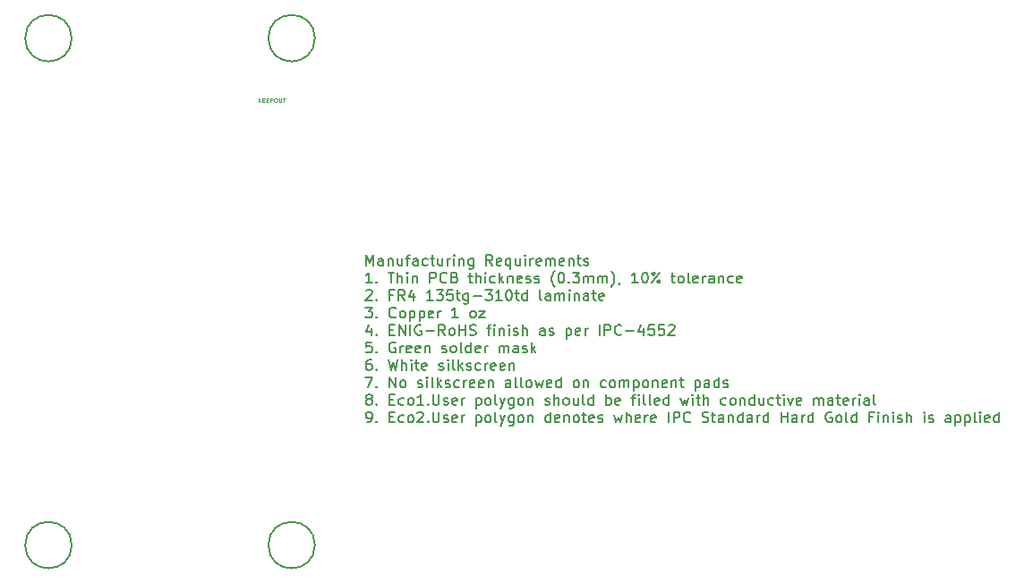
<source format=gbr>
G04 #@! TF.GenerationSoftware,KiCad,Pcbnew,5.1.5+dfsg1-2build2*
G04 #@! TF.CreationDate,2022-01-15T14:27:05-08:00*
G04 #@! TF.ProjectId,pcb_v1,7063625f-7631-42e6-9b69-6361645f7063,rev?*
G04 #@! TF.SameCoordinates,Original*
G04 #@! TF.FileFunction,Other,Comment*
%FSLAX46Y46*%
G04 Gerber Fmt 4.6, Leading zero omitted, Abs format (unit mm)*
G04 Created by KiCad (PCBNEW 5.1.5+dfsg1-2build2) date 2022-01-15 14:27:05*
%MOMM*%
%LPD*%
G04 APERTURE LIST*
%ADD10C,0.150000*%
%ADD11C,0.070000*%
G04 APERTURE END LIST*
D10*
X191585595Y-104027380D02*
X191585595Y-103027380D01*
X191918928Y-103741666D01*
X192252261Y-103027380D01*
X192252261Y-104027380D01*
X193157023Y-104027380D02*
X193157023Y-103503571D01*
X193109404Y-103408333D01*
X193014166Y-103360714D01*
X192823690Y-103360714D01*
X192728452Y-103408333D01*
X193157023Y-103979761D02*
X193061785Y-104027380D01*
X192823690Y-104027380D01*
X192728452Y-103979761D01*
X192680833Y-103884523D01*
X192680833Y-103789285D01*
X192728452Y-103694047D01*
X192823690Y-103646428D01*
X193061785Y-103646428D01*
X193157023Y-103598809D01*
X193633214Y-103360714D02*
X193633214Y-104027380D01*
X193633214Y-103455952D02*
X193680833Y-103408333D01*
X193776071Y-103360714D01*
X193918928Y-103360714D01*
X194014166Y-103408333D01*
X194061785Y-103503571D01*
X194061785Y-104027380D01*
X194966547Y-103360714D02*
X194966547Y-104027380D01*
X194537976Y-103360714D02*
X194537976Y-103884523D01*
X194585595Y-103979761D01*
X194680833Y-104027380D01*
X194823690Y-104027380D01*
X194918928Y-103979761D01*
X194966547Y-103932142D01*
X195299880Y-103360714D02*
X195680833Y-103360714D01*
X195442738Y-104027380D02*
X195442738Y-103170238D01*
X195490357Y-103075000D01*
X195585595Y-103027380D01*
X195680833Y-103027380D01*
X196442738Y-104027380D02*
X196442738Y-103503571D01*
X196395119Y-103408333D01*
X196299880Y-103360714D01*
X196109404Y-103360714D01*
X196014166Y-103408333D01*
X196442738Y-103979761D02*
X196347500Y-104027380D01*
X196109404Y-104027380D01*
X196014166Y-103979761D01*
X195966547Y-103884523D01*
X195966547Y-103789285D01*
X196014166Y-103694047D01*
X196109404Y-103646428D01*
X196347500Y-103646428D01*
X196442738Y-103598809D01*
X197347500Y-103979761D02*
X197252261Y-104027380D01*
X197061785Y-104027380D01*
X196966547Y-103979761D01*
X196918928Y-103932142D01*
X196871309Y-103836904D01*
X196871309Y-103551190D01*
X196918928Y-103455952D01*
X196966547Y-103408333D01*
X197061785Y-103360714D01*
X197252261Y-103360714D01*
X197347500Y-103408333D01*
X197633214Y-103360714D02*
X198014166Y-103360714D01*
X197776071Y-103027380D02*
X197776071Y-103884523D01*
X197823690Y-103979761D01*
X197918928Y-104027380D01*
X198014166Y-104027380D01*
X198776071Y-103360714D02*
X198776071Y-104027380D01*
X198347500Y-103360714D02*
X198347500Y-103884523D01*
X198395119Y-103979761D01*
X198490357Y-104027380D01*
X198633214Y-104027380D01*
X198728452Y-103979761D01*
X198776071Y-103932142D01*
X199252261Y-104027380D02*
X199252261Y-103360714D01*
X199252261Y-103551190D02*
X199299880Y-103455952D01*
X199347500Y-103408333D01*
X199442738Y-103360714D01*
X199537976Y-103360714D01*
X199871309Y-104027380D02*
X199871309Y-103360714D01*
X199871309Y-103027380D02*
X199823690Y-103075000D01*
X199871309Y-103122619D01*
X199918928Y-103075000D01*
X199871309Y-103027380D01*
X199871309Y-103122619D01*
X200347500Y-103360714D02*
X200347500Y-104027380D01*
X200347500Y-103455952D02*
X200395119Y-103408333D01*
X200490357Y-103360714D01*
X200633214Y-103360714D01*
X200728452Y-103408333D01*
X200776071Y-103503571D01*
X200776071Y-104027380D01*
X201680833Y-103360714D02*
X201680833Y-104170238D01*
X201633214Y-104265476D01*
X201585595Y-104313095D01*
X201490357Y-104360714D01*
X201347500Y-104360714D01*
X201252261Y-104313095D01*
X201680833Y-103979761D02*
X201585595Y-104027380D01*
X201395119Y-104027380D01*
X201299880Y-103979761D01*
X201252261Y-103932142D01*
X201204642Y-103836904D01*
X201204642Y-103551190D01*
X201252261Y-103455952D01*
X201299880Y-103408333D01*
X201395119Y-103360714D01*
X201585595Y-103360714D01*
X201680833Y-103408333D01*
X203490357Y-104027380D02*
X203157023Y-103551190D01*
X202918928Y-104027380D02*
X202918928Y-103027380D01*
X203299880Y-103027380D01*
X203395119Y-103075000D01*
X203442738Y-103122619D01*
X203490357Y-103217857D01*
X203490357Y-103360714D01*
X203442738Y-103455952D01*
X203395119Y-103503571D01*
X203299880Y-103551190D01*
X202918928Y-103551190D01*
X204299880Y-103979761D02*
X204204642Y-104027380D01*
X204014166Y-104027380D01*
X203918928Y-103979761D01*
X203871309Y-103884523D01*
X203871309Y-103503571D01*
X203918928Y-103408333D01*
X204014166Y-103360714D01*
X204204642Y-103360714D01*
X204299880Y-103408333D01*
X204347500Y-103503571D01*
X204347500Y-103598809D01*
X203871309Y-103694047D01*
X205204642Y-103360714D02*
X205204642Y-104360714D01*
X205204642Y-103979761D02*
X205109404Y-104027380D01*
X204918928Y-104027380D01*
X204823690Y-103979761D01*
X204776071Y-103932142D01*
X204728452Y-103836904D01*
X204728452Y-103551190D01*
X204776071Y-103455952D01*
X204823690Y-103408333D01*
X204918928Y-103360714D01*
X205109404Y-103360714D01*
X205204642Y-103408333D01*
X206109404Y-103360714D02*
X206109404Y-104027380D01*
X205680833Y-103360714D02*
X205680833Y-103884523D01*
X205728452Y-103979761D01*
X205823690Y-104027380D01*
X205966547Y-104027380D01*
X206061785Y-103979761D01*
X206109404Y-103932142D01*
X206585595Y-104027380D02*
X206585595Y-103360714D01*
X206585595Y-103027380D02*
X206537976Y-103075000D01*
X206585595Y-103122619D01*
X206633214Y-103075000D01*
X206585595Y-103027380D01*
X206585595Y-103122619D01*
X207061785Y-104027380D02*
X207061785Y-103360714D01*
X207061785Y-103551190D02*
X207109404Y-103455952D01*
X207157023Y-103408333D01*
X207252261Y-103360714D01*
X207347500Y-103360714D01*
X208061785Y-103979761D02*
X207966547Y-104027380D01*
X207776071Y-104027380D01*
X207680833Y-103979761D01*
X207633214Y-103884523D01*
X207633214Y-103503571D01*
X207680833Y-103408333D01*
X207776071Y-103360714D01*
X207966547Y-103360714D01*
X208061785Y-103408333D01*
X208109404Y-103503571D01*
X208109404Y-103598809D01*
X207633214Y-103694047D01*
X208537976Y-104027380D02*
X208537976Y-103360714D01*
X208537976Y-103455952D02*
X208585595Y-103408333D01*
X208680833Y-103360714D01*
X208823690Y-103360714D01*
X208918928Y-103408333D01*
X208966547Y-103503571D01*
X208966547Y-104027380D01*
X208966547Y-103503571D02*
X209014166Y-103408333D01*
X209109404Y-103360714D01*
X209252261Y-103360714D01*
X209347500Y-103408333D01*
X209395119Y-103503571D01*
X209395119Y-104027380D01*
X210252261Y-103979761D02*
X210157023Y-104027380D01*
X209966547Y-104027380D01*
X209871309Y-103979761D01*
X209823690Y-103884523D01*
X209823690Y-103503571D01*
X209871309Y-103408333D01*
X209966547Y-103360714D01*
X210157023Y-103360714D01*
X210252261Y-103408333D01*
X210299880Y-103503571D01*
X210299880Y-103598809D01*
X209823690Y-103694047D01*
X210728452Y-103360714D02*
X210728452Y-104027380D01*
X210728452Y-103455952D02*
X210776071Y-103408333D01*
X210871309Y-103360714D01*
X211014166Y-103360714D01*
X211109404Y-103408333D01*
X211157023Y-103503571D01*
X211157023Y-104027380D01*
X211490357Y-103360714D02*
X211871309Y-103360714D01*
X211633214Y-103027380D02*
X211633214Y-103884523D01*
X211680833Y-103979761D01*
X211776071Y-104027380D01*
X211871309Y-104027380D01*
X212157023Y-103979761D02*
X212252261Y-104027380D01*
X212442738Y-104027380D01*
X212537976Y-103979761D01*
X212585595Y-103884523D01*
X212585595Y-103836904D01*
X212537976Y-103741666D01*
X212442738Y-103694047D01*
X212299880Y-103694047D01*
X212204642Y-103646428D01*
X212157023Y-103551190D01*
X212157023Y-103503571D01*
X212204642Y-103408333D01*
X212299880Y-103360714D01*
X212442738Y-103360714D01*
X212537976Y-103408333D01*
X192109404Y-105677380D02*
X191537976Y-105677380D01*
X191823690Y-105677380D02*
X191823690Y-104677380D01*
X191728452Y-104820238D01*
X191633214Y-104915476D01*
X191537976Y-104963095D01*
X192537976Y-105582142D02*
X192585595Y-105629761D01*
X192537976Y-105677380D01*
X192490357Y-105629761D01*
X192537976Y-105582142D01*
X192537976Y-105677380D01*
X193633214Y-104677380D02*
X194204642Y-104677380D01*
X193918928Y-105677380D02*
X193918928Y-104677380D01*
X194537976Y-105677380D02*
X194537976Y-104677380D01*
X194966547Y-105677380D02*
X194966547Y-105153571D01*
X194918928Y-105058333D01*
X194823690Y-105010714D01*
X194680833Y-105010714D01*
X194585595Y-105058333D01*
X194537976Y-105105952D01*
X195442738Y-105677380D02*
X195442738Y-105010714D01*
X195442738Y-104677380D02*
X195395119Y-104725000D01*
X195442738Y-104772619D01*
X195490357Y-104725000D01*
X195442738Y-104677380D01*
X195442738Y-104772619D01*
X195918928Y-105010714D02*
X195918928Y-105677380D01*
X195918928Y-105105952D02*
X195966547Y-105058333D01*
X196061785Y-105010714D01*
X196204642Y-105010714D01*
X196299880Y-105058333D01*
X196347500Y-105153571D01*
X196347500Y-105677380D01*
X197585595Y-105677380D02*
X197585595Y-104677380D01*
X197966547Y-104677380D01*
X198061785Y-104725000D01*
X198109404Y-104772619D01*
X198157023Y-104867857D01*
X198157023Y-105010714D01*
X198109404Y-105105952D01*
X198061785Y-105153571D01*
X197966547Y-105201190D01*
X197585595Y-105201190D01*
X199157023Y-105582142D02*
X199109404Y-105629761D01*
X198966547Y-105677380D01*
X198871309Y-105677380D01*
X198728452Y-105629761D01*
X198633214Y-105534523D01*
X198585595Y-105439285D01*
X198537976Y-105248809D01*
X198537976Y-105105952D01*
X198585595Y-104915476D01*
X198633214Y-104820238D01*
X198728452Y-104725000D01*
X198871309Y-104677380D01*
X198966547Y-104677380D01*
X199109404Y-104725000D01*
X199157023Y-104772619D01*
X199918928Y-105153571D02*
X200061785Y-105201190D01*
X200109404Y-105248809D01*
X200157023Y-105344047D01*
X200157023Y-105486904D01*
X200109404Y-105582142D01*
X200061785Y-105629761D01*
X199966547Y-105677380D01*
X199585595Y-105677380D01*
X199585595Y-104677380D01*
X199918928Y-104677380D01*
X200014166Y-104725000D01*
X200061785Y-104772619D01*
X200109404Y-104867857D01*
X200109404Y-104963095D01*
X200061785Y-105058333D01*
X200014166Y-105105952D01*
X199918928Y-105153571D01*
X199585595Y-105153571D01*
X201204642Y-105010714D02*
X201585595Y-105010714D01*
X201347500Y-104677380D02*
X201347500Y-105534523D01*
X201395119Y-105629761D01*
X201490357Y-105677380D01*
X201585595Y-105677380D01*
X201918928Y-105677380D02*
X201918928Y-104677380D01*
X202347500Y-105677380D02*
X202347500Y-105153571D01*
X202299880Y-105058333D01*
X202204642Y-105010714D01*
X202061785Y-105010714D01*
X201966547Y-105058333D01*
X201918928Y-105105952D01*
X202823690Y-105677380D02*
X202823690Y-105010714D01*
X202823690Y-104677380D02*
X202776071Y-104725000D01*
X202823690Y-104772619D01*
X202871309Y-104725000D01*
X202823690Y-104677380D01*
X202823690Y-104772619D01*
X203728452Y-105629761D02*
X203633214Y-105677380D01*
X203442738Y-105677380D01*
X203347500Y-105629761D01*
X203299880Y-105582142D01*
X203252261Y-105486904D01*
X203252261Y-105201190D01*
X203299880Y-105105952D01*
X203347500Y-105058333D01*
X203442738Y-105010714D01*
X203633214Y-105010714D01*
X203728452Y-105058333D01*
X204157023Y-105677380D02*
X204157023Y-104677380D01*
X204252261Y-105296428D02*
X204537976Y-105677380D01*
X204537976Y-105010714D02*
X204157023Y-105391666D01*
X204966547Y-105010714D02*
X204966547Y-105677380D01*
X204966547Y-105105952D02*
X205014166Y-105058333D01*
X205109404Y-105010714D01*
X205252261Y-105010714D01*
X205347500Y-105058333D01*
X205395119Y-105153571D01*
X205395119Y-105677380D01*
X206252261Y-105629761D02*
X206157023Y-105677380D01*
X205966547Y-105677380D01*
X205871309Y-105629761D01*
X205823690Y-105534523D01*
X205823690Y-105153571D01*
X205871309Y-105058333D01*
X205966547Y-105010714D01*
X206157023Y-105010714D01*
X206252261Y-105058333D01*
X206299880Y-105153571D01*
X206299880Y-105248809D01*
X205823690Y-105344047D01*
X206680833Y-105629761D02*
X206776071Y-105677380D01*
X206966547Y-105677380D01*
X207061785Y-105629761D01*
X207109404Y-105534523D01*
X207109404Y-105486904D01*
X207061785Y-105391666D01*
X206966547Y-105344047D01*
X206823690Y-105344047D01*
X206728452Y-105296428D01*
X206680833Y-105201190D01*
X206680833Y-105153571D01*
X206728452Y-105058333D01*
X206823690Y-105010714D01*
X206966547Y-105010714D01*
X207061785Y-105058333D01*
X207490357Y-105629761D02*
X207585595Y-105677380D01*
X207776071Y-105677380D01*
X207871309Y-105629761D01*
X207918928Y-105534523D01*
X207918928Y-105486904D01*
X207871309Y-105391666D01*
X207776071Y-105344047D01*
X207633214Y-105344047D01*
X207537976Y-105296428D01*
X207490357Y-105201190D01*
X207490357Y-105153571D01*
X207537976Y-105058333D01*
X207633214Y-105010714D01*
X207776071Y-105010714D01*
X207871309Y-105058333D01*
X209395119Y-106058333D02*
X209347500Y-106010714D01*
X209252261Y-105867857D01*
X209204642Y-105772619D01*
X209157023Y-105629761D01*
X209109404Y-105391666D01*
X209109404Y-105201190D01*
X209157023Y-104963095D01*
X209204642Y-104820238D01*
X209252261Y-104725000D01*
X209347500Y-104582142D01*
X209395119Y-104534523D01*
X209966547Y-104677380D02*
X210061785Y-104677380D01*
X210157023Y-104725000D01*
X210204642Y-104772619D01*
X210252261Y-104867857D01*
X210299880Y-105058333D01*
X210299880Y-105296428D01*
X210252261Y-105486904D01*
X210204642Y-105582142D01*
X210157023Y-105629761D01*
X210061785Y-105677380D01*
X209966547Y-105677380D01*
X209871309Y-105629761D01*
X209823690Y-105582142D01*
X209776071Y-105486904D01*
X209728452Y-105296428D01*
X209728452Y-105058333D01*
X209776071Y-104867857D01*
X209823690Y-104772619D01*
X209871309Y-104725000D01*
X209966547Y-104677380D01*
X210728452Y-105582142D02*
X210776071Y-105629761D01*
X210728452Y-105677380D01*
X210680833Y-105629761D01*
X210728452Y-105582142D01*
X210728452Y-105677380D01*
X211109404Y-104677380D02*
X211728452Y-104677380D01*
X211395119Y-105058333D01*
X211537976Y-105058333D01*
X211633214Y-105105952D01*
X211680833Y-105153571D01*
X211728452Y-105248809D01*
X211728452Y-105486904D01*
X211680833Y-105582142D01*
X211633214Y-105629761D01*
X211537976Y-105677380D01*
X211252261Y-105677380D01*
X211157023Y-105629761D01*
X211109404Y-105582142D01*
X212157023Y-105677380D02*
X212157023Y-105010714D01*
X212157023Y-105105952D02*
X212204642Y-105058333D01*
X212299880Y-105010714D01*
X212442738Y-105010714D01*
X212537976Y-105058333D01*
X212585595Y-105153571D01*
X212585595Y-105677380D01*
X212585595Y-105153571D02*
X212633214Y-105058333D01*
X212728452Y-105010714D01*
X212871309Y-105010714D01*
X212966547Y-105058333D01*
X213014166Y-105153571D01*
X213014166Y-105677380D01*
X213490357Y-105677380D02*
X213490357Y-105010714D01*
X213490357Y-105105952D02*
X213537976Y-105058333D01*
X213633214Y-105010714D01*
X213776071Y-105010714D01*
X213871309Y-105058333D01*
X213918928Y-105153571D01*
X213918928Y-105677380D01*
X213918928Y-105153571D02*
X213966547Y-105058333D01*
X214061785Y-105010714D01*
X214204642Y-105010714D01*
X214299880Y-105058333D01*
X214347500Y-105153571D01*
X214347500Y-105677380D01*
X214728452Y-106058333D02*
X214776071Y-106010714D01*
X214871309Y-105867857D01*
X214918928Y-105772619D01*
X214966547Y-105629761D01*
X215014166Y-105391666D01*
X215014166Y-105201190D01*
X214966547Y-104963095D01*
X214918928Y-104820238D01*
X214871309Y-104725000D01*
X214776071Y-104582142D01*
X214728452Y-104534523D01*
X215537976Y-105629761D02*
X215537976Y-105677380D01*
X215490357Y-105772619D01*
X215442738Y-105820238D01*
X217252261Y-105677380D02*
X216680833Y-105677380D01*
X216966547Y-105677380D02*
X216966547Y-104677380D01*
X216871309Y-104820238D01*
X216776071Y-104915476D01*
X216680833Y-104963095D01*
X217871309Y-104677380D02*
X217966547Y-104677380D01*
X218061785Y-104725000D01*
X218109404Y-104772619D01*
X218157023Y-104867857D01*
X218204642Y-105058333D01*
X218204642Y-105296428D01*
X218157023Y-105486904D01*
X218109404Y-105582142D01*
X218061785Y-105629761D01*
X217966547Y-105677380D01*
X217871309Y-105677380D01*
X217776071Y-105629761D01*
X217728452Y-105582142D01*
X217680833Y-105486904D01*
X217633214Y-105296428D01*
X217633214Y-105058333D01*
X217680833Y-104867857D01*
X217728452Y-104772619D01*
X217776071Y-104725000D01*
X217871309Y-104677380D01*
X218585595Y-105677380D02*
X219347500Y-104677380D01*
X218728452Y-104677380D02*
X218823690Y-104725000D01*
X218871309Y-104820238D01*
X218823690Y-104915476D01*
X218728452Y-104963095D01*
X218633214Y-104915476D01*
X218585595Y-104820238D01*
X218633214Y-104725000D01*
X218728452Y-104677380D01*
X219299880Y-105629761D02*
X219347500Y-105534523D01*
X219299880Y-105439285D01*
X219204642Y-105391666D01*
X219109404Y-105439285D01*
X219061785Y-105534523D01*
X219109404Y-105629761D01*
X219204642Y-105677380D01*
X219299880Y-105629761D01*
X220395119Y-105010714D02*
X220776071Y-105010714D01*
X220537976Y-104677380D02*
X220537976Y-105534523D01*
X220585595Y-105629761D01*
X220680833Y-105677380D01*
X220776071Y-105677380D01*
X221252261Y-105677380D02*
X221157023Y-105629761D01*
X221109404Y-105582142D01*
X221061785Y-105486904D01*
X221061785Y-105201190D01*
X221109404Y-105105952D01*
X221157023Y-105058333D01*
X221252261Y-105010714D01*
X221395119Y-105010714D01*
X221490357Y-105058333D01*
X221537976Y-105105952D01*
X221585595Y-105201190D01*
X221585595Y-105486904D01*
X221537976Y-105582142D01*
X221490357Y-105629761D01*
X221395119Y-105677380D01*
X221252261Y-105677380D01*
X222157023Y-105677380D02*
X222061785Y-105629761D01*
X222014166Y-105534523D01*
X222014166Y-104677380D01*
X222918928Y-105629761D02*
X222823690Y-105677380D01*
X222633214Y-105677380D01*
X222537976Y-105629761D01*
X222490357Y-105534523D01*
X222490357Y-105153571D01*
X222537976Y-105058333D01*
X222633214Y-105010714D01*
X222823690Y-105010714D01*
X222918928Y-105058333D01*
X222966547Y-105153571D01*
X222966547Y-105248809D01*
X222490357Y-105344047D01*
X223395119Y-105677380D02*
X223395119Y-105010714D01*
X223395119Y-105201190D02*
X223442738Y-105105952D01*
X223490357Y-105058333D01*
X223585595Y-105010714D01*
X223680833Y-105010714D01*
X224442738Y-105677380D02*
X224442738Y-105153571D01*
X224395119Y-105058333D01*
X224299880Y-105010714D01*
X224109404Y-105010714D01*
X224014166Y-105058333D01*
X224442738Y-105629761D02*
X224347500Y-105677380D01*
X224109404Y-105677380D01*
X224014166Y-105629761D01*
X223966547Y-105534523D01*
X223966547Y-105439285D01*
X224014166Y-105344047D01*
X224109404Y-105296428D01*
X224347500Y-105296428D01*
X224442738Y-105248809D01*
X224918928Y-105010714D02*
X224918928Y-105677380D01*
X224918928Y-105105952D02*
X224966547Y-105058333D01*
X225061785Y-105010714D01*
X225204642Y-105010714D01*
X225299880Y-105058333D01*
X225347500Y-105153571D01*
X225347500Y-105677380D01*
X226252261Y-105629761D02*
X226157023Y-105677380D01*
X225966547Y-105677380D01*
X225871309Y-105629761D01*
X225823690Y-105582142D01*
X225776071Y-105486904D01*
X225776071Y-105201190D01*
X225823690Y-105105952D01*
X225871309Y-105058333D01*
X225966547Y-105010714D01*
X226157023Y-105010714D01*
X226252261Y-105058333D01*
X227061785Y-105629761D02*
X226966547Y-105677380D01*
X226776071Y-105677380D01*
X226680833Y-105629761D01*
X226633214Y-105534523D01*
X226633214Y-105153571D01*
X226680833Y-105058333D01*
X226776071Y-105010714D01*
X226966547Y-105010714D01*
X227061785Y-105058333D01*
X227109404Y-105153571D01*
X227109404Y-105248809D01*
X226633214Y-105344047D01*
X191537976Y-106422619D02*
X191585595Y-106375000D01*
X191680833Y-106327380D01*
X191918928Y-106327380D01*
X192014166Y-106375000D01*
X192061785Y-106422619D01*
X192109404Y-106517857D01*
X192109404Y-106613095D01*
X192061785Y-106755952D01*
X191490357Y-107327380D01*
X192109404Y-107327380D01*
X192537976Y-107232142D02*
X192585595Y-107279761D01*
X192537976Y-107327380D01*
X192490357Y-107279761D01*
X192537976Y-107232142D01*
X192537976Y-107327380D01*
X194109404Y-106803571D02*
X193776071Y-106803571D01*
X193776071Y-107327380D02*
X193776071Y-106327380D01*
X194252261Y-106327380D01*
X195204642Y-107327380D02*
X194871309Y-106851190D01*
X194633214Y-107327380D02*
X194633214Y-106327380D01*
X195014166Y-106327380D01*
X195109404Y-106375000D01*
X195157023Y-106422619D01*
X195204642Y-106517857D01*
X195204642Y-106660714D01*
X195157023Y-106755952D01*
X195109404Y-106803571D01*
X195014166Y-106851190D01*
X194633214Y-106851190D01*
X196061785Y-106660714D02*
X196061785Y-107327380D01*
X195823690Y-106279761D02*
X195585595Y-106994047D01*
X196204642Y-106994047D01*
X197871309Y-107327380D02*
X197299880Y-107327380D01*
X197585595Y-107327380D02*
X197585595Y-106327380D01*
X197490357Y-106470238D01*
X197395119Y-106565476D01*
X197299880Y-106613095D01*
X198204642Y-106327380D02*
X198823690Y-106327380D01*
X198490357Y-106708333D01*
X198633214Y-106708333D01*
X198728452Y-106755952D01*
X198776071Y-106803571D01*
X198823690Y-106898809D01*
X198823690Y-107136904D01*
X198776071Y-107232142D01*
X198728452Y-107279761D01*
X198633214Y-107327380D01*
X198347500Y-107327380D01*
X198252261Y-107279761D01*
X198204642Y-107232142D01*
X199728452Y-106327380D02*
X199252261Y-106327380D01*
X199204642Y-106803571D01*
X199252261Y-106755952D01*
X199347500Y-106708333D01*
X199585595Y-106708333D01*
X199680833Y-106755952D01*
X199728452Y-106803571D01*
X199776071Y-106898809D01*
X199776071Y-107136904D01*
X199728452Y-107232142D01*
X199680833Y-107279761D01*
X199585595Y-107327380D01*
X199347500Y-107327380D01*
X199252261Y-107279761D01*
X199204642Y-107232142D01*
X200061785Y-106660714D02*
X200442738Y-106660714D01*
X200204642Y-106327380D02*
X200204642Y-107184523D01*
X200252261Y-107279761D01*
X200347500Y-107327380D01*
X200442738Y-107327380D01*
X201204642Y-106660714D02*
X201204642Y-107470238D01*
X201157023Y-107565476D01*
X201109404Y-107613095D01*
X201014166Y-107660714D01*
X200871309Y-107660714D01*
X200776071Y-107613095D01*
X201204642Y-107279761D02*
X201109404Y-107327380D01*
X200918928Y-107327380D01*
X200823690Y-107279761D01*
X200776071Y-107232142D01*
X200728452Y-107136904D01*
X200728452Y-106851190D01*
X200776071Y-106755952D01*
X200823690Y-106708333D01*
X200918928Y-106660714D01*
X201109404Y-106660714D01*
X201204642Y-106708333D01*
X201680833Y-106946428D02*
X202442738Y-106946428D01*
X202823690Y-106327380D02*
X203442738Y-106327380D01*
X203109404Y-106708333D01*
X203252261Y-106708333D01*
X203347500Y-106755952D01*
X203395119Y-106803571D01*
X203442738Y-106898809D01*
X203442738Y-107136904D01*
X203395119Y-107232142D01*
X203347500Y-107279761D01*
X203252261Y-107327380D01*
X202966547Y-107327380D01*
X202871309Y-107279761D01*
X202823690Y-107232142D01*
X204395119Y-107327380D02*
X203823690Y-107327380D01*
X204109404Y-107327380D02*
X204109404Y-106327380D01*
X204014166Y-106470238D01*
X203918928Y-106565476D01*
X203823690Y-106613095D01*
X205014166Y-106327380D02*
X205109404Y-106327380D01*
X205204642Y-106375000D01*
X205252261Y-106422619D01*
X205299880Y-106517857D01*
X205347500Y-106708333D01*
X205347500Y-106946428D01*
X205299880Y-107136904D01*
X205252261Y-107232142D01*
X205204642Y-107279761D01*
X205109404Y-107327380D01*
X205014166Y-107327380D01*
X204918928Y-107279761D01*
X204871309Y-107232142D01*
X204823690Y-107136904D01*
X204776071Y-106946428D01*
X204776071Y-106708333D01*
X204823690Y-106517857D01*
X204871309Y-106422619D01*
X204918928Y-106375000D01*
X205014166Y-106327380D01*
X205633214Y-106660714D02*
X206014166Y-106660714D01*
X205776071Y-106327380D02*
X205776071Y-107184523D01*
X205823690Y-107279761D01*
X205918928Y-107327380D01*
X206014166Y-107327380D01*
X206776071Y-107327380D02*
X206776071Y-106327380D01*
X206776071Y-107279761D02*
X206680833Y-107327380D01*
X206490357Y-107327380D01*
X206395119Y-107279761D01*
X206347500Y-107232142D01*
X206299880Y-107136904D01*
X206299880Y-106851190D01*
X206347500Y-106755952D01*
X206395119Y-106708333D01*
X206490357Y-106660714D01*
X206680833Y-106660714D01*
X206776071Y-106708333D01*
X208157023Y-107327380D02*
X208061785Y-107279761D01*
X208014166Y-107184523D01*
X208014166Y-106327380D01*
X208966547Y-107327380D02*
X208966547Y-106803571D01*
X208918928Y-106708333D01*
X208823690Y-106660714D01*
X208633214Y-106660714D01*
X208537976Y-106708333D01*
X208966547Y-107279761D02*
X208871309Y-107327380D01*
X208633214Y-107327380D01*
X208537976Y-107279761D01*
X208490357Y-107184523D01*
X208490357Y-107089285D01*
X208537976Y-106994047D01*
X208633214Y-106946428D01*
X208871309Y-106946428D01*
X208966547Y-106898809D01*
X209442738Y-107327380D02*
X209442738Y-106660714D01*
X209442738Y-106755952D02*
X209490357Y-106708333D01*
X209585595Y-106660714D01*
X209728452Y-106660714D01*
X209823690Y-106708333D01*
X209871309Y-106803571D01*
X209871309Y-107327380D01*
X209871309Y-106803571D02*
X209918928Y-106708333D01*
X210014166Y-106660714D01*
X210157023Y-106660714D01*
X210252261Y-106708333D01*
X210299880Y-106803571D01*
X210299880Y-107327380D01*
X210776071Y-107327380D02*
X210776071Y-106660714D01*
X210776071Y-106327380D02*
X210728452Y-106375000D01*
X210776071Y-106422619D01*
X210823690Y-106375000D01*
X210776071Y-106327380D01*
X210776071Y-106422619D01*
X211252261Y-106660714D02*
X211252261Y-107327380D01*
X211252261Y-106755952D02*
X211299880Y-106708333D01*
X211395119Y-106660714D01*
X211537976Y-106660714D01*
X211633214Y-106708333D01*
X211680833Y-106803571D01*
X211680833Y-107327380D01*
X212585595Y-107327380D02*
X212585595Y-106803571D01*
X212537976Y-106708333D01*
X212442738Y-106660714D01*
X212252261Y-106660714D01*
X212157023Y-106708333D01*
X212585595Y-107279761D02*
X212490357Y-107327380D01*
X212252261Y-107327380D01*
X212157023Y-107279761D01*
X212109404Y-107184523D01*
X212109404Y-107089285D01*
X212157023Y-106994047D01*
X212252261Y-106946428D01*
X212490357Y-106946428D01*
X212585595Y-106898809D01*
X212918928Y-106660714D02*
X213299880Y-106660714D01*
X213061785Y-106327380D02*
X213061785Y-107184523D01*
X213109404Y-107279761D01*
X213204642Y-107327380D01*
X213299880Y-107327380D01*
X214014166Y-107279761D02*
X213918928Y-107327380D01*
X213728452Y-107327380D01*
X213633214Y-107279761D01*
X213585595Y-107184523D01*
X213585595Y-106803571D01*
X213633214Y-106708333D01*
X213728452Y-106660714D01*
X213918928Y-106660714D01*
X214014166Y-106708333D01*
X214061785Y-106803571D01*
X214061785Y-106898809D01*
X213585595Y-106994047D01*
X191490357Y-107977380D02*
X192109404Y-107977380D01*
X191776071Y-108358333D01*
X191918928Y-108358333D01*
X192014166Y-108405952D01*
X192061785Y-108453571D01*
X192109404Y-108548809D01*
X192109404Y-108786904D01*
X192061785Y-108882142D01*
X192014166Y-108929761D01*
X191918928Y-108977380D01*
X191633214Y-108977380D01*
X191537976Y-108929761D01*
X191490357Y-108882142D01*
X192537976Y-108882142D02*
X192585595Y-108929761D01*
X192537976Y-108977380D01*
X192490357Y-108929761D01*
X192537976Y-108882142D01*
X192537976Y-108977380D01*
X194347500Y-108882142D02*
X194299880Y-108929761D01*
X194157023Y-108977380D01*
X194061785Y-108977380D01*
X193918928Y-108929761D01*
X193823690Y-108834523D01*
X193776071Y-108739285D01*
X193728452Y-108548809D01*
X193728452Y-108405952D01*
X193776071Y-108215476D01*
X193823690Y-108120238D01*
X193918928Y-108025000D01*
X194061785Y-107977380D01*
X194157023Y-107977380D01*
X194299880Y-108025000D01*
X194347500Y-108072619D01*
X194918928Y-108977380D02*
X194823690Y-108929761D01*
X194776071Y-108882142D01*
X194728452Y-108786904D01*
X194728452Y-108501190D01*
X194776071Y-108405952D01*
X194823690Y-108358333D01*
X194918928Y-108310714D01*
X195061785Y-108310714D01*
X195157023Y-108358333D01*
X195204642Y-108405952D01*
X195252261Y-108501190D01*
X195252261Y-108786904D01*
X195204642Y-108882142D01*
X195157023Y-108929761D01*
X195061785Y-108977380D01*
X194918928Y-108977380D01*
X195680833Y-108310714D02*
X195680833Y-109310714D01*
X195680833Y-108358333D02*
X195776071Y-108310714D01*
X195966547Y-108310714D01*
X196061785Y-108358333D01*
X196109404Y-108405952D01*
X196157023Y-108501190D01*
X196157023Y-108786904D01*
X196109404Y-108882142D01*
X196061785Y-108929761D01*
X195966547Y-108977380D01*
X195776071Y-108977380D01*
X195680833Y-108929761D01*
X196585595Y-108310714D02*
X196585595Y-109310714D01*
X196585595Y-108358333D02*
X196680833Y-108310714D01*
X196871309Y-108310714D01*
X196966547Y-108358333D01*
X197014166Y-108405952D01*
X197061785Y-108501190D01*
X197061785Y-108786904D01*
X197014166Y-108882142D01*
X196966547Y-108929761D01*
X196871309Y-108977380D01*
X196680833Y-108977380D01*
X196585595Y-108929761D01*
X197871309Y-108929761D02*
X197776071Y-108977380D01*
X197585595Y-108977380D01*
X197490357Y-108929761D01*
X197442738Y-108834523D01*
X197442738Y-108453571D01*
X197490357Y-108358333D01*
X197585595Y-108310714D01*
X197776071Y-108310714D01*
X197871309Y-108358333D01*
X197918928Y-108453571D01*
X197918928Y-108548809D01*
X197442738Y-108644047D01*
X198347500Y-108977380D02*
X198347500Y-108310714D01*
X198347500Y-108501190D02*
X198395119Y-108405952D01*
X198442738Y-108358333D01*
X198537976Y-108310714D01*
X198633214Y-108310714D01*
X200252261Y-108977380D02*
X199680833Y-108977380D01*
X199966547Y-108977380D02*
X199966547Y-107977380D01*
X199871309Y-108120238D01*
X199776071Y-108215476D01*
X199680833Y-108263095D01*
X201585595Y-108977380D02*
X201490357Y-108929761D01*
X201442738Y-108882142D01*
X201395119Y-108786904D01*
X201395119Y-108501190D01*
X201442738Y-108405952D01*
X201490357Y-108358333D01*
X201585595Y-108310714D01*
X201728452Y-108310714D01*
X201823690Y-108358333D01*
X201871309Y-108405952D01*
X201918928Y-108501190D01*
X201918928Y-108786904D01*
X201871309Y-108882142D01*
X201823690Y-108929761D01*
X201728452Y-108977380D01*
X201585595Y-108977380D01*
X202252261Y-108310714D02*
X202776071Y-108310714D01*
X202252261Y-108977380D01*
X202776071Y-108977380D01*
X192014166Y-109960714D02*
X192014166Y-110627380D01*
X191776071Y-109579761D02*
X191537976Y-110294047D01*
X192157023Y-110294047D01*
X192537976Y-110532142D02*
X192585595Y-110579761D01*
X192537976Y-110627380D01*
X192490357Y-110579761D01*
X192537976Y-110532142D01*
X192537976Y-110627380D01*
X193776071Y-110103571D02*
X194109404Y-110103571D01*
X194252261Y-110627380D02*
X193776071Y-110627380D01*
X193776071Y-109627380D01*
X194252261Y-109627380D01*
X194680833Y-110627380D02*
X194680833Y-109627380D01*
X195252261Y-110627380D01*
X195252261Y-109627380D01*
X195728452Y-110627380D02*
X195728452Y-109627380D01*
X196728452Y-109675000D02*
X196633214Y-109627380D01*
X196490357Y-109627380D01*
X196347500Y-109675000D01*
X196252261Y-109770238D01*
X196204642Y-109865476D01*
X196157023Y-110055952D01*
X196157023Y-110198809D01*
X196204642Y-110389285D01*
X196252261Y-110484523D01*
X196347500Y-110579761D01*
X196490357Y-110627380D01*
X196585595Y-110627380D01*
X196728452Y-110579761D01*
X196776071Y-110532142D01*
X196776071Y-110198809D01*
X196585595Y-110198809D01*
X197204642Y-110246428D02*
X197966547Y-110246428D01*
X199014166Y-110627380D02*
X198680833Y-110151190D01*
X198442738Y-110627380D02*
X198442738Y-109627380D01*
X198823690Y-109627380D01*
X198918928Y-109675000D01*
X198966547Y-109722619D01*
X199014166Y-109817857D01*
X199014166Y-109960714D01*
X198966547Y-110055952D01*
X198918928Y-110103571D01*
X198823690Y-110151190D01*
X198442738Y-110151190D01*
X199585595Y-110627380D02*
X199490357Y-110579761D01*
X199442738Y-110532142D01*
X199395119Y-110436904D01*
X199395119Y-110151190D01*
X199442738Y-110055952D01*
X199490357Y-110008333D01*
X199585595Y-109960714D01*
X199728452Y-109960714D01*
X199823690Y-110008333D01*
X199871309Y-110055952D01*
X199918928Y-110151190D01*
X199918928Y-110436904D01*
X199871309Y-110532142D01*
X199823690Y-110579761D01*
X199728452Y-110627380D01*
X199585595Y-110627380D01*
X200347500Y-110627380D02*
X200347500Y-109627380D01*
X200347500Y-110103571D02*
X200918928Y-110103571D01*
X200918928Y-110627380D02*
X200918928Y-109627380D01*
X201347500Y-110579761D02*
X201490357Y-110627380D01*
X201728452Y-110627380D01*
X201823690Y-110579761D01*
X201871309Y-110532142D01*
X201918928Y-110436904D01*
X201918928Y-110341666D01*
X201871309Y-110246428D01*
X201823690Y-110198809D01*
X201728452Y-110151190D01*
X201537976Y-110103571D01*
X201442738Y-110055952D01*
X201395119Y-110008333D01*
X201347500Y-109913095D01*
X201347500Y-109817857D01*
X201395119Y-109722619D01*
X201442738Y-109675000D01*
X201537976Y-109627380D01*
X201776071Y-109627380D01*
X201918928Y-109675000D01*
X202966547Y-109960714D02*
X203347500Y-109960714D01*
X203109404Y-110627380D02*
X203109404Y-109770238D01*
X203157023Y-109675000D01*
X203252261Y-109627380D01*
X203347500Y-109627380D01*
X203680833Y-110627380D02*
X203680833Y-109960714D01*
X203680833Y-109627380D02*
X203633214Y-109675000D01*
X203680833Y-109722619D01*
X203728452Y-109675000D01*
X203680833Y-109627380D01*
X203680833Y-109722619D01*
X204157023Y-109960714D02*
X204157023Y-110627380D01*
X204157023Y-110055952D02*
X204204642Y-110008333D01*
X204299880Y-109960714D01*
X204442738Y-109960714D01*
X204537976Y-110008333D01*
X204585595Y-110103571D01*
X204585595Y-110627380D01*
X205061785Y-110627380D02*
X205061785Y-109960714D01*
X205061785Y-109627380D02*
X205014166Y-109675000D01*
X205061785Y-109722619D01*
X205109404Y-109675000D01*
X205061785Y-109627380D01*
X205061785Y-109722619D01*
X205490357Y-110579761D02*
X205585595Y-110627380D01*
X205776071Y-110627380D01*
X205871309Y-110579761D01*
X205918928Y-110484523D01*
X205918928Y-110436904D01*
X205871309Y-110341666D01*
X205776071Y-110294047D01*
X205633214Y-110294047D01*
X205537976Y-110246428D01*
X205490357Y-110151190D01*
X205490357Y-110103571D01*
X205537976Y-110008333D01*
X205633214Y-109960714D01*
X205776071Y-109960714D01*
X205871309Y-110008333D01*
X206347500Y-110627380D02*
X206347500Y-109627380D01*
X206776071Y-110627380D02*
X206776071Y-110103571D01*
X206728452Y-110008333D01*
X206633214Y-109960714D01*
X206490357Y-109960714D01*
X206395119Y-110008333D01*
X206347500Y-110055952D01*
X208442738Y-110627380D02*
X208442738Y-110103571D01*
X208395119Y-110008333D01*
X208299880Y-109960714D01*
X208109404Y-109960714D01*
X208014166Y-110008333D01*
X208442738Y-110579761D02*
X208347500Y-110627380D01*
X208109404Y-110627380D01*
X208014166Y-110579761D01*
X207966547Y-110484523D01*
X207966547Y-110389285D01*
X208014166Y-110294047D01*
X208109404Y-110246428D01*
X208347500Y-110246428D01*
X208442738Y-110198809D01*
X208871309Y-110579761D02*
X208966547Y-110627380D01*
X209157023Y-110627380D01*
X209252261Y-110579761D01*
X209299880Y-110484523D01*
X209299880Y-110436904D01*
X209252261Y-110341666D01*
X209157023Y-110294047D01*
X209014166Y-110294047D01*
X208918928Y-110246428D01*
X208871309Y-110151190D01*
X208871309Y-110103571D01*
X208918928Y-110008333D01*
X209014166Y-109960714D01*
X209157023Y-109960714D01*
X209252261Y-110008333D01*
X210490357Y-109960714D02*
X210490357Y-110960714D01*
X210490357Y-110008333D02*
X210585595Y-109960714D01*
X210776071Y-109960714D01*
X210871309Y-110008333D01*
X210918928Y-110055952D01*
X210966547Y-110151190D01*
X210966547Y-110436904D01*
X210918928Y-110532142D01*
X210871309Y-110579761D01*
X210776071Y-110627380D01*
X210585595Y-110627380D01*
X210490357Y-110579761D01*
X211776071Y-110579761D02*
X211680833Y-110627380D01*
X211490357Y-110627380D01*
X211395119Y-110579761D01*
X211347500Y-110484523D01*
X211347500Y-110103571D01*
X211395119Y-110008333D01*
X211490357Y-109960714D01*
X211680833Y-109960714D01*
X211776071Y-110008333D01*
X211823690Y-110103571D01*
X211823690Y-110198809D01*
X211347500Y-110294047D01*
X212252261Y-110627380D02*
X212252261Y-109960714D01*
X212252261Y-110151190D02*
X212299880Y-110055952D01*
X212347500Y-110008333D01*
X212442738Y-109960714D01*
X212537976Y-109960714D01*
X213633214Y-110627380D02*
X213633214Y-109627380D01*
X214109404Y-110627380D02*
X214109404Y-109627380D01*
X214490357Y-109627380D01*
X214585595Y-109675000D01*
X214633214Y-109722619D01*
X214680833Y-109817857D01*
X214680833Y-109960714D01*
X214633214Y-110055952D01*
X214585595Y-110103571D01*
X214490357Y-110151190D01*
X214109404Y-110151190D01*
X215680833Y-110532142D02*
X215633214Y-110579761D01*
X215490357Y-110627380D01*
X215395119Y-110627380D01*
X215252261Y-110579761D01*
X215157023Y-110484523D01*
X215109404Y-110389285D01*
X215061785Y-110198809D01*
X215061785Y-110055952D01*
X215109404Y-109865476D01*
X215157023Y-109770238D01*
X215252261Y-109675000D01*
X215395119Y-109627380D01*
X215490357Y-109627380D01*
X215633214Y-109675000D01*
X215680833Y-109722619D01*
X216109404Y-110246428D02*
X216871309Y-110246428D01*
X217776071Y-109960714D02*
X217776071Y-110627380D01*
X217537976Y-109579761D02*
X217299880Y-110294047D01*
X217918928Y-110294047D01*
X218776071Y-109627380D02*
X218299880Y-109627380D01*
X218252261Y-110103571D01*
X218299880Y-110055952D01*
X218395119Y-110008333D01*
X218633214Y-110008333D01*
X218728452Y-110055952D01*
X218776071Y-110103571D01*
X218823690Y-110198809D01*
X218823690Y-110436904D01*
X218776071Y-110532142D01*
X218728452Y-110579761D01*
X218633214Y-110627380D01*
X218395119Y-110627380D01*
X218299880Y-110579761D01*
X218252261Y-110532142D01*
X219728452Y-109627380D02*
X219252261Y-109627380D01*
X219204642Y-110103571D01*
X219252261Y-110055952D01*
X219347500Y-110008333D01*
X219585595Y-110008333D01*
X219680833Y-110055952D01*
X219728452Y-110103571D01*
X219776071Y-110198809D01*
X219776071Y-110436904D01*
X219728452Y-110532142D01*
X219680833Y-110579761D01*
X219585595Y-110627380D01*
X219347500Y-110627380D01*
X219252261Y-110579761D01*
X219204642Y-110532142D01*
X220157023Y-109722619D02*
X220204642Y-109675000D01*
X220299880Y-109627380D01*
X220537976Y-109627380D01*
X220633214Y-109675000D01*
X220680833Y-109722619D01*
X220728452Y-109817857D01*
X220728452Y-109913095D01*
X220680833Y-110055952D01*
X220109404Y-110627380D01*
X220728452Y-110627380D01*
X192061785Y-111277380D02*
X191585595Y-111277380D01*
X191537976Y-111753571D01*
X191585595Y-111705952D01*
X191680833Y-111658333D01*
X191918928Y-111658333D01*
X192014166Y-111705952D01*
X192061785Y-111753571D01*
X192109404Y-111848809D01*
X192109404Y-112086904D01*
X192061785Y-112182142D01*
X192014166Y-112229761D01*
X191918928Y-112277380D01*
X191680833Y-112277380D01*
X191585595Y-112229761D01*
X191537976Y-112182142D01*
X192537976Y-112182142D02*
X192585595Y-112229761D01*
X192537976Y-112277380D01*
X192490357Y-112229761D01*
X192537976Y-112182142D01*
X192537976Y-112277380D01*
X194299880Y-111325000D02*
X194204642Y-111277380D01*
X194061785Y-111277380D01*
X193918928Y-111325000D01*
X193823690Y-111420238D01*
X193776071Y-111515476D01*
X193728452Y-111705952D01*
X193728452Y-111848809D01*
X193776071Y-112039285D01*
X193823690Y-112134523D01*
X193918928Y-112229761D01*
X194061785Y-112277380D01*
X194157023Y-112277380D01*
X194299880Y-112229761D01*
X194347500Y-112182142D01*
X194347500Y-111848809D01*
X194157023Y-111848809D01*
X194776071Y-112277380D02*
X194776071Y-111610714D01*
X194776071Y-111801190D02*
X194823690Y-111705952D01*
X194871309Y-111658333D01*
X194966547Y-111610714D01*
X195061785Y-111610714D01*
X195776071Y-112229761D02*
X195680833Y-112277380D01*
X195490357Y-112277380D01*
X195395119Y-112229761D01*
X195347500Y-112134523D01*
X195347500Y-111753571D01*
X195395119Y-111658333D01*
X195490357Y-111610714D01*
X195680833Y-111610714D01*
X195776071Y-111658333D01*
X195823690Y-111753571D01*
X195823690Y-111848809D01*
X195347500Y-111944047D01*
X196633214Y-112229761D02*
X196537976Y-112277380D01*
X196347500Y-112277380D01*
X196252261Y-112229761D01*
X196204642Y-112134523D01*
X196204642Y-111753571D01*
X196252261Y-111658333D01*
X196347500Y-111610714D01*
X196537976Y-111610714D01*
X196633214Y-111658333D01*
X196680833Y-111753571D01*
X196680833Y-111848809D01*
X196204642Y-111944047D01*
X197109404Y-111610714D02*
X197109404Y-112277380D01*
X197109404Y-111705952D02*
X197157023Y-111658333D01*
X197252261Y-111610714D01*
X197395119Y-111610714D01*
X197490357Y-111658333D01*
X197537976Y-111753571D01*
X197537976Y-112277380D01*
X198728452Y-112229761D02*
X198823690Y-112277380D01*
X199014166Y-112277380D01*
X199109404Y-112229761D01*
X199157023Y-112134523D01*
X199157023Y-112086904D01*
X199109404Y-111991666D01*
X199014166Y-111944047D01*
X198871309Y-111944047D01*
X198776071Y-111896428D01*
X198728452Y-111801190D01*
X198728452Y-111753571D01*
X198776071Y-111658333D01*
X198871309Y-111610714D01*
X199014166Y-111610714D01*
X199109404Y-111658333D01*
X199728452Y-112277380D02*
X199633214Y-112229761D01*
X199585595Y-112182142D01*
X199537976Y-112086904D01*
X199537976Y-111801190D01*
X199585595Y-111705952D01*
X199633214Y-111658333D01*
X199728452Y-111610714D01*
X199871309Y-111610714D01*
X199966547Y-111658333D01*
X200014166Y-111705952D01*
X200061785Y-111801190D01*
X200061785Y-112086904D01*
X200014166Y-112182142D01*
X199966547Y-112229761D01*
X199871309Y-112277380D01*
X199728452Y-112277380D01*
X200633214Y-112277380D02*
X200537976Y-112229761D01*
X200490357Y-112134523D01*
X200490357Y-111277380D01*
X201442738Y-112277380D02*
X201442738Y-111277380D01*
X201442738Y-112229761D02*
X201347500Y-112277380D01*
X201157023Y-112277380D01*
X201061785Y-112229761D01*
X201014166Y-112182142D01*
X200966547Y-112086904D01*
X200966547Y-111801190D01*
X201014166Y-111705952D01*
X201061785Y-111658333D01*
X201157023Y-111610714D01*
X201347500Y-111610714D01*
X201442738Y-111658333D01*
X202299880Y-112229761D02*
X202204642Y-112277380D01*
X202014166Y-112277380D01*
X201918928Y-112229761D01*
X201871309Y-112134523D01*
X201871309Y-111753571D01*
X201918928Y-111658333D01*
X202014166Y-111610714D01*
X202204642Y-111610714D01*
X202299880Y-111658333D01*
X202347500Y-111753571D01*
X202347500Y-111848809D01*
X201871309Y-111944047D01*
X202776071Y-112277380D02*
X202776071Y-111610714D01*
X202776071Y-111801190D02*
X202823690Y-111705952D01*
X202871309Y-111658333D01*
X202966547Y-111610714D01*
X203061785Y-111610714D01*
X204157023Y-112277380D02*
X204157023Y-111610714D01*
X204157023Y-111705952D02*
X204204642Y-111658333D01*
X204299880Y-111610714D01*
X204442738Y-111610714D01*
X204537976Y-111658333D01*
X204585595Y-111753571D01*
X204585595Y-112277380D01*
X204585595Y-111753571D02*
X204633214Y-111658333D01*
X204728452Y-111610714D01*
X204871309Y-111610714D01*
X204966547Y-111658333D01*
X205014166Y-111753571D01*
X205014166Y-112277380D01*
X205918928Y-112277380D02*
X205918928Y-111753571D01*
X205871309Y-111658333D01*
X205776071Y-111610714D01*
X205585595Y-111610714D01*
X205490357Y-111658333D01*
X205918928Y-112229761D02*
X205823690Y-112277380D01*
X205585595Y-112277380D01*
X205490357Y-112229761D01*
X205442738Y-112134523D01*
X205442738Y-112039285D01*
X205490357Y-111944047D01*
X205585595Y-111896428D01*
X205823690Y-111896428D01*
X205918928Y-111848809D01*
X206347500Y-112229761D02*
X206442738Y-112277380D01*
X206633214Y-112277380D01*
X206728452Y-112229761D01*
X206776071Y-112134523D01*
X206776071Y-112086904D01*
X206728452Y-111991666D01*
X206633214Y-111944047D01*
X206490357Y-111944047D01*
X206395119Y-111896428D01*
X206347500Y-111801190D01*
X206347500Y-111753571D01*
X206395119Y-111658333D01*
X206490357Y-111610714D01*
X206633214Y-111610714D01*
X206728452Y-111658333D01*
X207204642Y-112277380D02*
X207204642Y-111277380D01*
X207299880Y-111896428D02*
X207585595Y-112277380D01*
X207585595Y-111610714D02*
X207204642Y-111991666D01*
X192014166Y-112927380D02*
X191823690Y-112927380D01*
X191728452Y-112975000D01*
X191680833Y-113022619D01*
X191585595Y-113165476D01*
X191537976Y-113355952D01*
X191537976Y-113736904D01*
X191585595Y-113832142D01*
X191633214Y-113879761D01*
X191728452Y-113927380D01*
X191918928Y-113927380D01*
X192014166Y-113879761D01*
X192061785Y-113832142D01*
X192109404Y-113736904D01*
X192109404Y-113498809D01*
X192061785Y-113403571D01*
X192014166Y-113355952D01*
X191918928Y-113308333D01*
X191728452Y-113308333D01*
X191633214Y-113355952D01*
X191585595Y-113403571D01*
X191537976Y-113498809D01*
X192537976Y-113832142D02*
X192585595Y-113879761D01*
X192537976Y-113927380D01*
X192490357Y-113879761D01*
X192537976Y-113832142D01*
X192537976Y-113927380D01*
X193680833Y-112927380D02*
X193918928Y-113927380D01*
X194109404Y-113213095D01*
X194299880Y-113927380D01*
X194537976Y-112927380D01*
X194918928Y-113927380D02*
X194918928Y-112927380D01*
X195347500Y-113927380D02*
X195347500Y-113403571D01*
X195299880Y-113308333D01*
X195204642Y-113260714D01*
X195061785Y-113260714D01*
X194966547Y-113308333D01*
X194918928Y-113355952D01*
X195823690Y-113927380D02*
X195823690Y-113260714D01*
X195823690Y-112927380D02*
X195776071Y-112975000D01*
X195823690Y-113022619D01*
X195871309Y-112975000D01*
X195823690Y-112927380D01*
X195823690Y-113022619D01*
X196157023Y-113260714D02*
X196537976Y-113260714D01*
X196299880Y-112927380D02*
X196299880Y-113784523D01*
X196347500Y-113879761D01*
X196442738Y-113927380D01*
X196537976Y-113927380D01*
X197252261Y-113879761D02*
X197157023Y-113927380D01*
X196966547Y-113927380D01*
X196871309Y-113879761D01*
X196823690Y-113784523D01*
X196823690Y-113403571D01*
X196871309Y-113308333D01*
X196966547Y-113260714D01*
X197157023Y-113260714D01*
X197252261Y-113308333D01*
X197299880Y-113403571D01*
X197299880Y-113498809D01*
X196823690Y-113594047D01*
X198442738Y-113879761D02*
X198537976Y-113927380D01*
X198728452Y-113927380D01*
X198823690Y-113879761D01*
X198871309Y-113784523D01*
X198871309Y-113736904D01*
X198823690Y-113641666D01*
X198728452Y-113594047D01*
X198585595Y-113594047D01*
X198490357Y-113546428D01*
X198442738Y-113451190D01*
X198442738Y-113403571D01*
X198490357Y-113308333D01*
X198585595Y-113260714D01*
X198728452Y-113260714D01*
X198823690Y-113308333D01*
X199299880Y-113927380D02*
X199299880Y-113260714D01*
X199299880Y-112927380D02*
X199252261Y-112975000D01*
X199299880Y-113022619D01*
X199347500Y-112975000D01*
X199299880Y-112927380D01*
X199299880Y-113022619D01*
X199918928Y-113927380D02*
X199823690Y-113879761D01*
X199776071Y-113784523D01*
X199776071Y-112927380D01*
X200299880Y-113927380D02*
X200299880Y-112927380D01*
X200395119Y-113546428D02*
X200680833Y-113927380D01*
X200680833Y-113260714D02*
X200299880Y-113641666D01*
X201061785Y-113879761D02*
X201157023Y-113927380D01*
X201347500Y-113927380D01*
X201442738Y-113879761D01*
X201490357Y-113784523D01*
X201490357Y-113736904D01*
X201442738Y-113641666D01*
X201347500Y-113594047D01*
X201204642Y-113594047D01*
X201109404Y-113546428D01*
X201061785Y-113451190D01*
X201061785Y-113403571D01*
X201109404Y-113308333D01*
X201204642Y-113260714D01*
X201347500Y-113260714D01*
X201442738Y-113308333D01*
X202347500Y-113879761D02*
X202252261Y-113927380D01*
X202061785Y-113927380D01*
X201966547Y-113879761D01*
X201918928Y-113832142D01*
X201871309Y-113736904D01*
X201871309Y-113451190D01*
X201918928Y-113355952D01*
X201966547Y-113308333D01*
X202061785Y-113260714D01*
X202252261Y-113260714D01*
X202347500Y-113308333D01*
X202776071Y-113927380D02*
X202776071Y-113260714D01*
X202776071Y-113451190D02*
X202823690Y-113355952D01*
X202871309Y-113308333D01*
X202966547Y-113260714D01*
X203061785Y-113260714D01*
X203776071Y-113879761D02*
X203680833Y-113927380D01*
X203490357Y-113927380D01*
X203395119Y-113879761D01*
X203347500Y-113784523D01*
X203347500Y-113403571D01*
X203395119Y-113308333D01*
X203490357Y-113260714D01*
X203680833Y-113260714D01*
X203776071Y-113308333D01*
X203823690Y-113403571D01*
X203823690Y-113498809D01*
X203347500Y-113594047D01*
X204633214Y-113879761D02*
X204537976Y-113927380D01*
X204347500Y-113927380D01*
X204252261Y-113879761D01*
X204204642Y-113784523D01*
X204204642Y-113403571D01*
X204252261Y-113308333D01*
X204347500Y-113260714D01*
X204537976Y-113260714D01*
X204633214Y-113308333D01*
X204680833Y-113403571D01*
X204680833Y-113498809D01*
X204204642Y-113594047D01*
X205109404Y-113260714D02*
X205109404Y-113927380D01*
X205109404Y-113355952D02*
X205157023Y-113308333D01*
X205252261Y-113260714D01*
X205395119Y-113260714D01*
X205490357Y-113308333D01*
X205537976Y-113403571D01*
X205537976Y-113927380D01*
X191490357Y-114577380D02*
X192157023Y-114577380D01*
X191728452Y-115577380D01*
X192537976Y-115482142D02*
X192585595Y-115529761D01*
X192537976Y-115577380D01*
X192490357Y-115529761D01*
X192537976Y-115482142D01*
X192537976Y-115577380D01*
X193776071Y-115577380D02*
X193776071Y-114577380D01*
X194347500Y-115577380D01*
X194347500Y-114577380D01*
X194966547Y-115577380D02*
X194871309Y-115529761D01*
X194823690Y-115482142D01*
X194776071Y-115386904D01*
X194776071Y-115101190D01*
X194823690Y-115005952D01*
X194871309Y-114958333D01*
X194966547Y-114910714D01*
X195109404Y-114910714D01*
X195204642Y-114958333D01*
X195252261Y-115005952D01*
X195299880Y-115101190D01*
X195299880Y-115386904D01*
X195252261Y-115482142D01*
X195204642Y-115529761D01*
X195109404Y-115577380D01*
X194966547Y-115577380D01*
X196442738Y-115529761D02*
X196537976Y-115577380D01*
X196728452Y-115577380D01*
X196823690Y-115529761D01*
X196871309Y-115434523D01*
X196871309Y-115386904D01*
X196823690Y-115291666D01*
X196728452Y-115244047D01*
X196585595Y-115244047D01*
X196490357Y-115196428D01*
X196442738Y-115101190D01*
X196442738Y-115053571D01*
X196490357Y-114958333D01*
X196585595Y-114910714D01*
X196728452Y-114910714D01*
X196823690Y-114958333D01*
X197299880Y-115577380D02*
X197299880Y-114910714D01*
X197299880Y-114577380D02*
X197252261Y-114625000D01*
X197299880Y-114672619D01*
X197347500Y-114625000D01*
X197299880Y-114577380D01*
X197299880Y-114672619D01*
X197918928Y-115577380D02*
X197823690Y-115529761D01*
X197776071Y-115434523D01*
X197776071Y-114577380D01*
X198299880Y-115577380D02*
X198299880Y-114577380D01*
X198395119Y-115196428D02*
X198680833Y-115577380D01*
X198680833Y-114910714D02*
X198299880Y-115291666D01*
X199061785Y-115529761D02*
X199157023Y-115577380D01*
X199347500Y-115577380D01*
X199442738Y-115529761D01*
X199490357Y-115434523D01*
X199490357Y-115386904D01*
X199442738Y-115291666D01*
X199347500Y-115244047D01*
X199204642Y-115244047D01*
X199109404Y-115196428D01*
X199061785Y-115101190D01*
X199061785Y-115053571D01*
X199109404Y-114958333D01*
X199204642Y-114910714D01*
X199347500Y-114910714D01*
X199442738Y-114958333D01*
X200347500Y-115529761D02*
X200252261Y-115577380D01*
X200061785Y-115577380D01*
X199966547Y-115529761D01*
X199918928Y-115482142D01*
X199871309Y-115386904D01*
X199871309Y-115101190D01*
X199918928Y-115005952D01*
X199966547Y-114958333D01*
X200061785Y-114910714D01*
X200252261Y-114910714D01*
X200347500Y-114958333D01*
X200776071Y-115577380D02*
X200776071Y-114910714D01*
X200776071Y-115101190D02*
X200823690Y-115005952D01*
X200871309Y-114958333D01*
X200966547Y-114910714D01*
X201061785Y-114910714D01*
X201776071Y-115529761D02*
X201680833Y-115577380D01*
X201490357Y-115577380D01*
X201395119Y-115529761D01*
X201347500Y-115434523D01*
X201347500Y-115053571D01*
X201395119Y-114958333D01*
X201490357Y-114910714D01*
X201680833Y-114910714D01*
X201776071Y-114958333D01*
X201823690Y-115053571D01*
X201823690Y-115148809D01*
X201347500Y-115244047D01*
X202633214Y-115529761D02*
X202537976Y-115577380D01*
X202347500Y-115577380D01*
X202252261Y-115529761D01*
X202204642Y-115434523D01*
X202204642Y-115053571D01*
X202252261Y-114958333D01*
X202347500Y-114910714D01*
X202537976Y-114910714D01*
X202633214Y-114958333D01*
X202680833Y-115053571D01*
X202680833Y-115148809D01*
X202204642Y-115244047D01*
X203109404Y-114910714D02*
X203109404Y-115577380D01*
X203109404Y-115005952D02*
X203157023Y-114958333D01*
X203252261Y-114910714D01*
X203395119Y-114910714D01*
X203490357Y-114958333D01*
X203537976Y-115053571D01*
X203537976Y-115577380D01*
X205204642Y-115577380D02*
X205204642Y-115053571D01*
X205157023Y-114958333D01*
X205061785Y-114910714D01*
X204871309Y-114910714D01*
X204776071Y-114958333D01*
X205204642Y-115529761D02*
X205109404Y-115577380D01*
X204871309Y-115577380D01*
X204776071Y-115529761D01*
X204728452Y-115434523D01*
X204728452Y-115339285D01*
X204776071Y-115244047D01*
X204871309Y-115196428D01*
X205109404Y-115196428D01*
X205204642Y-115148809D01*
X205823690Y-115577380D02*
X205728452Y-115529761D01*
X205680833Y-115434523D01*
X205680833Y-114577380D01*
X206347500Y-115577380D02*
X206252261Y-115529761D01*
X206204642Y-115434523D01*
X206204642Y-114577380D01*
X206871309Y-115577380D02*
X206776071Y-115529761D01*
X206728452Y-115482142D01*
X206680833Y-115386904D01*
X206680833Y-115101190D01*
X206728452Y-115005952D01*
X206776071Y-114958333D01*
X206871309Y-114910714D01*
X207014166Y-114910714D01*
X207109404Y-114958333D01*
X207157023Y-115005952D01*
X207204642Y-115101190D01*
X207204642Y-115386904D01*
X207157023Y-115482142D01*
X207109404Y-115529761D01*
X207014166Y-115577380D01*
X206871309Y-115577380D01*
X207537976Y-114910714D02*
X207728452Y-115577380D01*
X207918928Y-115101190D01*
X208109404Y-115577380D01*
X208299880Y-114910714D01*
X209061785Y-115529761D02*
X208966547Y-115577380D01*
X208776071Y-115577380D01*
X208680833Y-115529761D01*
X208633214Y-115434523D01*
X208633214Y-115053571D01*
X208680833Y-114958333D01*
X208776071Y-114910714D01*
X208966547Y-114910714D01*
X209061785Y-114958333D01*
X209109404Y-115053571D01*
X209109404Y-115148809D01*
X208633214Y-115244047D01*
X209966547Y-115577380D02*
X209966547Y-114577380D01*
X209966547Y-115529761D02*
X209871309Y-115577380D01*
X209680833Y-115577380D01*
X209585595Y-115529761D01*
X209537976Y-115482142D01*
X209490357Y-115386904D01*
X209490357Y-115101190D01*
X209537976Y-115005952D01*
X209585595Y-114958333D01*
X209680833Y-114910714D01*
X209871309Y-114910714D01*
X209966547Y-114958333D01*
X211347500Y-115577380D02*
X211252261Y-115529761D01*
X211204642Y-115482142D01*
X211157023Y-115386904D01*
X211157023Y-115101190D01*
X211204642Y-115005952D01*
X211252261Y-114958333D01*
X211347500Y-114910714D01*
X211490357Y-114910714D01*
X211585595Y-114958333D01*
X211633214Y-115005952D01*
X211680833Y-115101190D01*
X211680833Y-115386904D01*
X211633214Y-115482142D01*
X211585595Y-115529761D01*
X211490357Y-115577380D01*
X211347500Y-115577380D01*
X212109404Y-114910714D02*
X212109404Y-115577380D01*
X212109404Y-115005952D02*
X212157023Y-114958333D01*
X212252261Y-114910714D01*
X212395119Y-114910714D01*
X212490357Y-114958333D01*
X212537976Y-115053571D01*
X212537976Y-115577380D01*
X214204642Y-115529761D02*
X214109404Y-115577380D01*
X213918928Y-115577380D01*
X213823690Y-115529761D01*
X213776071Y-115482142D01*
X213728452Y-115386904D01*
X213728452Y-115101190D01*
X213776071Y-115005952D01*
X213823690Y-114958333D01*
X213918928Y-114910714D01*
X214109404Y-114910714D01*
X214204642Y-114958333D01*
X214776071Y-115577380D02*
X214680833Y-115529761D01*
X214633214Y-115482142D01*
X214585595Y-115386904D01*
X214585595Y-115101190D01*
X214633214Y-115005952D01*
X214680833Y-114958333D01*
X214776071Y-114910714D01*
X214918928Y-114910714D01*
X215014166Y-114958333D01*
X215061785Y-115005952D01*
X215109404Y-115101190D01*
X215109404Y-115386904D01*
X215061785Y-115482142D01*
X215014166Y-115529761D01*
X214918928Y-115577380D01*
X214776071Y-115577380D01*
X215537976Y-115577380D02*
X215537976Y-114910714D01*
X215537976Y-115005952D02*
X215585595Y-114958333D01*
X215680833Y-114910714D01*
X215823690Y-114910714D01*
X215918928Y-114958333D01*
X215966547Y-115053571D01*
X215966547Y-115577380D01*
X215966547Y-115053571D02*
X216014166Y-114958333D01*
X216109404Y-114910714D01*
X216252261Y-114910714D01*
X216347500Y-114958333D01*
X216395119Y-115053571D01*
X216395119Y-115577380D01*
X216871309Y-114910714D02*
X216871309Y-115910714D01*
X216871309Y-114958333D02*
X216966547Y-114910714D01*
X217157023Y-114910714D01*
X217252261Y-114958333D01*
X217299880Y-115005952D01*
X217347500Y-115101190D01*
X217347500Y-115386904D01*
X217299880Y-115482142D01*
X217252261Y-115529761D01*
X217157023Y-115577380D01*
X216966547Y-115577380D01*
X216871309Y-115529761D01*
X217918928Y-115577380D02*
X217823690Y-115529761D01*
X217776071Y-115482142D01*
X217728452Y-115386904D01*
X217728452Y-115101190D01*
X217776071Y-115005952D01*
X217823690Y-114958333D01*
X217918928Y-114910714D01*
X218061785Y-114910714D01*
X218157023Y-114958333D01*
X218204642Y-115005952D01*
X218252261Y-115101190D01*
X218252261Y-115386904D01*
X218204642Y-115482142D01*
X218157023Y-115529761D01*
X218061785Y-115577380D01*
X217918928Y-115577380D01*
X218680833Y-114910714D02*
X218680833Y-115577380D01*
X218680833Y-115005952D02*
X218728452Y-114958333D01*
X218823690Y-114910714D01*
X218966547Y-114910714D01*
X219061785Y-114958333D01*
X219109404Y-115053571D01*
X219109404Y-115577380D01*
X219966547Y-115529761D02*
X219871309Y-115577380D01*
X219680833Y-115577380D01*
X219585595Y-115529761D01*
X219537976Y-115434523D01*
X219537976Y-115053571D01*
X219585595Y-114958333D01*
X219680833Y-114910714D01*
X219871309Y-114910714D01*
X219966547Y-114958333D01*
X220014166Y-115053571D01*
X220014166Y-115148809D01*
X219537976Y-115244047D01*
X220442738Y-114910714D02*
X220442738Y-115577380D01*
X220442738Y-115005952D02*
X220490357Y-114958333D01*
X220585595Y-114910714D01*
X220728452Y-114910714D01*
X220823690Y-114958333D01*
X220871309Y-115053571D01*
X220871309Y-115577380D01*
X221204642Y-114910714D02*
X221585595Y-114910714D01*
X221347500Y-114577380D02*
X221347500Y-115434523D01*
X221395119Y-115529761D01*
X221490357Y-115577380D01*
X221585595Y-115577380D01*
X222680833Y-114910714D02*
X222680833Y-115910714D01*
X222680833Y-114958333D02*
X222776071Y-114910714D01*
X222966547Y-114910714D01*
X223061785Y-114958333D01*
X223109404Y-115005952D01*
X223157023Y-115101190D01*
X223157023Y-115386904D01*
X223109404Y-115482142D01*
X223061785Y-115529761D01*
X222966547Y-115577380D01*
X222776071Y-115577380D01*
X222680833Y-115529761D01*
X224014166Y-115577380D02*
X224014166Y-115053571D01*
X223966547Y-114958333D01*
X223871309Y-114910714D01*
X223680833Y-114910714D01*
X223585595Y-114958333D01*
X224014166Y-115529761D02*
X223918928Y-115577380D01*
X223680833Y-115577380D01*
X223585595Y-115529761D01*
X223537976Y-115434523D01*
X223537976Y-115339285D01*
X223585595Y-115244047D01*
X223680833Y-115196428D01*
X223918928Y-115196428D01*
X224014166Y-115148809D01*
X224918928Y-115577380D02*
X224918928Y-114577380D01*
X224918928Y-115529761D02*
X224823690Y-115577380D01*
X224633214Y-115577380D01*
X224537976Y-115529761D01*
X224490357Y-115482142D01*
X224442738Y-115386904D01*
X224442738Y-115101190D01*
X224490357Y-115005952D01*
X224537976Y-114958333D01*
X224633214Y-114910714D01*
X224823690Y-114910714D01*
X224918928Y-114958333D01*
X225347500Y-115529761D02*
X225442738Y-115577380D01*
X225633214Y-115577380D01*
X225728452Y-115529761D01*
X225776071Y-115434523D01*
X225776071Y-115386904D01*
X225728452Y-115291666D01*
X225633214Y-115244047D01*
X225490357Y-115244047D01*
X225395119Y-115196428D01*
X225347500Y-115101190D01*
X225347500Y-115053571D01*
X225395119Y-114958333D01*
X225490357Y-114910714D01*
X225633214Y-114910714D01*
X225728452Y-114958333D01*
X191728452Y-116655952D02*
X191633214Y-116608333D01*
X191585595Y-116560714D01*
X191537976Y-116465476D01*
X191537976Y-116417857D01*
X191585595Y-116322619D01*
X191633214Y-116275000D01*
X191728452Y-116227380D01*
X191918928Y-116227380D01*
X192014166Y-116275000D01*
X192061785Y-116322619D01*
X192109404Y-116417857D01*
X192109404Y-116465476D01*
X192061785Y-116560714D01*
X192014166Y-116608333D01*
X191918928Y-116655952D01*
X191728452Y-116655952D01*
X191633214Y-116703571D01*
X191585595Y-116751190D01*
X191537976Y-116846428D01*
X191537976Y-117036904D01*
X191585595Y-117132142D01*
X191633214Y-117179761D01*
X191728452Y-117227380D01*
X191918928Y-117227380D01*
X192014166Y-117179761D01*
X192061785Y-117132142D01*
X192109404Y-117036904D01*
X192109404Y-116846428D01*
X192061785Y-116751190D01*
X192014166Y-116703571D01*
X191918928Y-116655952D01*
X192537976Y-117132142D02*
X192585595Y-117179761D01*
X192537976Y-117227380D01*
X192490357Y-117179761D01*
X192537976Y-117132142D01*
X192537976Y-117227380D01*
X193776071Y-116703571D02*
X194109404Y-116703571D01*
X194252261Y-117227380D02*
X193776071Y-117227380D01*
X193776071Y-116227380D01*
X194252261Y-116227380D01*
X195109404Y-117179761D02*
X195014166Y-117227380D01*
X194823690Y-117227380D01*
X194728452Y-117179761D01*
X194680833Y-117132142D01*
X194633214Y-117036904D01*
X194633214Y-116751190D01*
X194680833Y-116655952D01*
X194728452Y-116608333D01*
X194823690Y-116560714D01*
X195014166Y-116560714D01*
X195109404Y-116608333D01*
X195680833Y-117227380D02*
X195585595Y-117179761D01*
X195537976Y-117132142D01*
X195490357Y-117036904D01*
X195490357Y-116751190D01*
X195537976Y-116655952D01*
X195585595Y-116608333D01*
X195680833Y-116560714D01*
X195823690Y-116560714D01*
X195918928Y-116608333D01*
X195966547Y-116655952D01*
X196014166Y-116751190D01*
X196014166Y-117036904D01*
X195966547Y-117132142D01*
X195918928Y-117179761D01*
X195823690Y-117227380D01*
X195680833Y-117227380D01*
X196966547Y-117227380D02*
X196395119Y-117227380D01*
X196680833Y-117227380D02*
X196680833Y-116227380D01*
X196585595Y-116370238D01*
X196490357Y-116465476D01*
X196395119Y-116513095D01*
X197395119Y-117132142D02*
X197442738Y-117179761D01*
X197395119Y-117227380D01*
X197347500Y-117179761D01*
X197395119Y-117132142D01*
X197395119Y-117227380D01*
X197871309Y-116227380D02*
X197871309Y-117036904D01*
X197918928Y-117132142D01*
X197966547Y-117179761D01*
X198061785Y-117227380D01*
X198252261Y-117227380D01*
X198347500Y-117179761D01*
X198395119Y-117132142D01*
X198442738Y-117036904D01*
X198442738Y-116227380D01*
X198871309Y-117179761D02*
X198966547Y-117227380D01*
X199157023Y-117227380D01*
X199252261Y-117179761D01*
X199299880Y-117084523D01*
X199299880Y-117036904D01*
X199252261Y-116941666D01*
X199157023Y-116894047D01*
X199014166Y-116894047D01*
X198918928Y-116846428D01*
X198871309Y-116751190D01*
X198871309Y-116703571D01*
X198918928Y-116608333D01*
X199014166Y-116560714D01*
X199157023Y-116560714D01*
X199252261Y-116608333D01*
X200109404Y-117179761D02*
X200014166Y-117227380D01*
X199823690Y-117227380D01*
X199728452Y-117179761D01*
X199680833Y-117084523D01*
X199680833Y-116703571D01*
X199728452Y-116608333D01*
X199823690Y-116560714D01*
X200014166Y-116560714D01*
X200109404Y-116608333D01*
X200157023Y-116703571D01*
X200157023Y-116798809D01*
X199680833Y-116894047D01*
X200585595Y-117227380D02*
X200585595Y-116560714D01*
X200585595Y-116751190D02*
X200633214Y-116655952D01*
X200680833Y-116608333D01*
X200776071Y-116560714D01*
X200871309Y-116560714D01*
X201966547Y-116560714D02*
X201966547Y-117560714D01*
X201966547Y-116608333D02*
X202061785Y-116560714D01*
X202252261Y-116560714D01*
X202347500Y-116608333D01*
X202395119Y-116655952D01*
X202442738Y-116751190D01*
X202442738Y-117036904D01*
X202395119Y-117132142D01*
X202347500Y-117179761D01*
X202252261Y-117227380D01*
X202061785Y-117227380D01*
X201966547Y-117179761D01*
X203014166Y-117227380D02*
X202918928Y-117179761D01*
X202871309Y-117132142D01*
X202823690Y-117036904D01*
X202823690Y-116751190D01*
X202871309Y-116655952D01*
X202918928Y-116608333D01*
X203014166Y-116560714D01*
X203157023Y-116560714D01*
X203252261Y-116608333D01*
X203299880Y-116655952D01*
X203347500Y-116751190D01*
X203347500Y-117036904D01*
X203299880Y-117132142D01*
X203252261Y-117179761D01*
X203157023Y-117227380D01*
X203014166Y-117227380D01*
X203918928Y-117227380D02*
X203823690Y-117179761D01*
X203776071Y-117084523D01*
X203776071Y-116227380D01*
X204204642Y-116560714D02*
X204442738Y-117227380D01*
X204680833Y-116560714D02*
X204442738Y-117227380D01*
X204347500Y-117465476D01*
X204299880Y-117513095D01*
X204204642Y-117560714D01*
X205490357Y-116560714D02*
X205490357Y-117370238D01*
X205442738Y-117465476D01*
X205395119Y-117513095D01*
X205299880Y-117560714D01*
X205157023Y-117560714D01*
X205061785Y-117513095D01*
X205490357Y-117179761D02*
X205395119Y-117227380D01*
X205204642Y-117227380D01*
X205109404Y-117179761D01*
X205061785Y-117132142D01*
X205014166Y-117036904D01*
X205014166Y-116751190D01*
X205061785Y-116655952D01*
X205109404Y-116608333D01*
X205204642Y-116560714D01*
X205395119Y-116560714D01*
X205490357Y-116608333D01*
X206109404Y-117227380D02*
X206014166Y-117179761D01*
X205966547Y-117132142D01*
X205918928Y-117036904D01*
X205918928Y-116751190D01*
X205966547Y-116655952D01*
X206014166Y-116608333D01*
X206109404Y-116560714D01*
X206252261Y-116560714D01*
X206347500Y-116608333D01*
X206395119Y-116655952D01*
X206442738Y-116751190D01*
X206442738Y-117036904D01*
X206395119Y-117132142D01*
X206347500Y-117179761D01*
X206252261Y-117227380D01*
X206109404Y-117227380D01*
X206871309Y-116560714D02*
X206871309Y-117227380D01*
X206871309Y-116655952D02*
X206918928Y-116608333D01*
X207014166Y-116560714D01*
X207157023Y-116560714D01*
X207252261Y-116608333D01*
X207299880Y-116703571D01*
X207299880Y-117227380D01*
X208490357Y-117179761D02*
X208585595Y-117227380D01*
X208776071Y-117227380D01*
X208871309Y-117179761D01*
X208918928Y-117084523D01*
X208918928Y-117036904D01*
X208871309Y-116941666D01*
X208776071Y-116894047D01*
X208633214Y-116894047D01*
X208537976Y-116846428D01*
X208490357Y-116751190D01*
X208490357Y-116703571D01*
X208537976Y-116608333D01*
X208633214Y-116560714D01*
X208776071Y-116560714D01*
X208871309Y-116608333D01*
X209347500Y-117227380D02*
X209347500Y-116227380D01*
X209776071Y-117227380D02*
X209776071Y-116703571D01*
X209728452Y-116608333D01*
X209633214Y-116560714D01*
X209490357Y-116560714D01*
X209395119Y-116608333D01*
X209347500Y-116655952D01*
X210395119Y-117227380D02*
X210299880Y-117179761D01*
X210252261Y-117132142D01*
X210204642Y-117036904D01*
X210204642Y-116751190D01*
X210252261Y-116655952D01*
X210299880Y-116608333D01*
X210395119Y-116560714D01*
X210537976Y-116560714D01*
X210633214Y-116608333D01*
X210680833Y-116655952D01*
X210728452Y-116751190D01*
X210728452Y-117036904D01*
X210680833Y-117132142D01*
X210633214Y-117179761D01*
X210537976Y-117227380D01*
X210395119Y-117227380D01*
X211585595Y-116560714D02*
X211585595Y-117227380D01*
X211157023Y-116560714D02*
X211157023Y-117084523D01*
X211204642Y-117179761D01*
X211299880Y-117227380D01*
X211442738Y-117227380D01*
X211537976Y-117179761D01*
X211585595Y-117132142D01*
X212204642Y-117227380D02*
X212109404Y-117179761D01*
X212061785Y-117084523D01*
X212061785Y-116227380D01*
X213014166Y-117227380D02*
X213014166Y-116227380D01*
X213014166Y-117179761D02*
X212918928Y-117227380D01*
X212728452Y-117227380D01*
X212633214Y-117179761D01*
X212585595Y-117132142D01*
X212537976Y-117036904D01*
X212537976Y-116751190D01*
X212585595Y-116655952D01*
X212633214Y-116608333D01*
X212728452Y-116560714D01*
X212918928Y-116560714D01*
X213014166Y-116608333D01*
X214252261Y-117227380D02*
X214252261Y-116227380D01*
X214252261Y-116608333D02*
X214347500Y-116560714D01*
X214537976Y-116560714D01*
X214633214Y-116608333D01*
X214680833Y-116655952D01*
X214728452Y-116751190D01*
X214728452Y-117036904D01*
X214680833Y-117132142D01*
X214633214Y-117179761D01*
X214537976Y-117227380D01*
X214347500Y-117227380D01*
X214252261Y-117179761D01*
X215537976Y-117179761D02*
X215442738Y-117227380D01*
X215252261Y-117227380D01*
X215157023Y-117179761D01*
X215109404Y-117084523D01*
X215109404Y-116703571D01*
X215157023Y-116608333D01*
X215252261Y-116560714D01*
X215442738Y-116560714D01*
X215537976Y-116608333D01*
X215585595Y-116703571D01*
X215585595Y-116798809D01*
X215109404Y-116894047D01*
X216633214Y-116560714D02*
X217014166Y-116560714D01*
X216776071Y-117227380D02*
X216776071Y-116370238D01*
X216823690Y-116275000D01*
X216918928Y-116227380D01*
X217014166Y-116227380D01*
X217347500Y-117227380D02*
X217347500Y-116560714D01*
X217347500Y-116227380D02*
X217299880Y-116275000D01*
X217347500Y-116322619D01*
X217395119Y-116275000D01*
X217347500Y-116227380D01*
X217347500Y-116322619D01*
X217966547Y-117227380D02*
X217871309Y-117179761D01*
X217823690Y-117084523D01*
X217823690Y-116227380D01*
X218490357Y-117227380D02*
X218395119Y-117179761D01*
X218347500Y-117084523D01*
X218347500Y-116227380D01*
X219252261Y-117179761D02*
X219157023Y-117227380D01*
X218966547Y-117227380D01*
X218871309Y-117179761D01*
X218823690Y-117084523D01*
X218823690Y-116703571D01*
X218871309Y-116608333D01*
X218966547Y-116560714D01*
X219157023Y-116560714D01*
X219252261Y-116608333D01*
X219299880Y-116703571D01*
X219299880Y-116798809D01*
X218823690Y-116894047D01*
X220157023Y-117227380D02*
X220157023Y-116227380D01*
X220157023Y-117179761D02*
X220061785Y-117227380D01*
X219871309Y-117227380D01*
X219776071Y-117179761D01*
X219728452Y-117132142D01*
X219680833Y-117036904D01*
X219680833Y-116751190D01*
X219728452Y-116655952D01*
X219776071Y-116608333D01*
X219871309Y-116560714D01*
X220061785Y-116560714D01*
X220157023Y-116608333D01*
X221299880Y-116560714D02*
X221490357Y-117227380D01*
X221680833Y-116751190D01*
X221871309Y-117227380D01*
X222061785Y-116560714D01*
X222442738Y-117227380D02*
X222442738Y-116560714D01*
X222442738Y-116227380D02*
X222395119Y-116275000D01*
X222442738Y-116322619D01*
X222490357Y-116275000D01*
X222442738Y-116227380D01*
X222442738Y-116322619D01*
X222776071Y-116560714D02*
X223157023Y-116560714D01*
X222918928Y-116227380D02*
X222918928Y-117084523D01*
X222966547Y-117179761D01*
X223061785Y-117227380D01*
X223157023Y-117227380D01*
X223490357Y-117227380D02*
X223490357Y-116227380D01*
X223918928Y-117227380D02*
X223918928Y-116703571D01*
X223871309Y-116608333D01*
X223776071Y-116560714D01*
X223633214Y-116560714D01*
X223537976Y-116608333D01*
X223490357Y-116655952D01*
X225585595Y-117179761D02*
X225490357Y-117227380D01*
X225299880Y-117227380D01*
X225204642Y-117179761D01*
X225157023Y-117132142D01*
X225109404Y-117036904D01*
X225109404Y-116751190D01*
X225157023Y-116655952D01*
X225204642Y-116608333D01*
X225299880Y-116560714D01*
X225490357Y-116560714D01*
X225585595Y-116608333D01*
X226157023Y-117227380D02*
X226061785Y-117179761D01*
X226014166Y-117132142D01*
X225966547Y-117036904D01*
X225966547Y-116751190D01*
X226014166Y-116655952D01*
X226061785Y-116608333D01*
X226157023Y-116560714D01*
X226299880Y-116560714D01*
X226395119Y-116608333D01*
X226442738Y-116655952D01*
X226490357Y-116751190D01*
X226490357Y-117036904D01*
X226442738Y-117132142D01*
X226395119Y-117179761D01*
X226299880Y-117227380D01*
X226157023Y-117227380D01*
X226918928Y-116560714D02*
X226918928Y-117227380D01*
X226918928Y-116655952D02*
X226966547Y-116608333D01*
X227061785Y-116560714D01*
X227204642Y-116560714D01*
X227299880Y-116608333D01*
X227347500Y-116703571D01*
X227347500Y-117227380D01*
X228252261Y-117227380D02*
X228252261Y-116227380D01*
X228252261Y-117179761D02*
X228157023Y-117227380D01*
X227966547Y-117227380D01*
X227871309Y-117179761D01*
X227823690Y-117132142D01*
X227776071Y-117036904D01*
X227776071Y-116751190D01*
X227823690Y-116655952D01*
X227871309Y-116608333D01*
X227966547Y-116560714D01*
X228157023Y-116560714D01*
X228252261Y-116608333D01*
X229157023Y-116560714D02*
X229157023Y-117227380D01*
X228728452Y-116560714D02*
X228728452Y-117084523D01*
X228776071Y-117179761D01*
X228871309Y-117227380D01*
X229014166Y-117227380D01*
X229109404Y-117179761D01*
X229157023Y-117132142D01*
X230061785Y-117179761D02*
X229966547Y-117227380D01*
X229776071Y-117227380D01*
X229680833Y-117179761D01*
X229633214Y-117132142D01*
X229585595Y-117036904D01*
X229585595Y-116751190D01*
X229633214Y-116655952D01*
X229680833Y-116608333D01*
X229776071Y-116560714D01*
X229966547Y-116560714D01*
X230061785Y-116608333D01*
X230347500Y-116560714D02*
X230728452Y-116560714D01*
X230490357Y-116227380D02*
X230490357Y-117084523D01*
X230537976Y-117179761D01*
X230633214Y-117227380D01*
X230728452Y-117227380D01*
X231061785Y-117227380D02*
X231061785Y-116560714D01*
X231061785Y-116227380D02*
X231014166Y-116275000D01*
X231061785Y-116322619D01*
X231109404Y-116275000D01*
X231061785Y-116227380D01*
X231061785Y-116322619D01*
X231442738Y-116560714D02*
X231680833Y-117227380D01*
X231918928Y-116560714D01*
X232680833Y-117179761D02*
X232585595Y-117227380D01*
X232395119Y-117227380D01*
X232299880Y-117179761D01*
X232252261Y-117084523D01*
X232252261Y-116703571D01*
X232299880Y-116608333D01*
X232395119Y-116560714D01*
X232585595Y-116560714D01*
X232680833Y-116608333D01*
X232728452Y-116703571D01*
X232728452Y-116798809D01*
X232252261Y-116894047D01*
X233918928Y-117227380D02*
X233918928Y-116560714D01*
X233918928Y-116655952D02*
X233966547Y-116608333D01*
X234061785Y-116560714D01*
X234204642Y-116560714D01*
X234299880Y-116608333D01*
X234347500Y-116703571D01*
X234347500Y-117227380D01*
X234347500Y-116703571D02*
X234395119Y-116608333D01*
X234490357Y-116560714D01*
X234633214Y-116560714D01*
X234728452Y-116608333D01*
X234776071Y-116703571D01*
X234776071Y-117227380D01*
X235680833Y-117227380D02*
X235680833Y-116703571D01*
X235633214Y-116608333D01*
X235537976Y-116560714D01*
X235347500Y-116560714D01*
X235252261Y-116608333D01*
X235680833Y-117179761D02*
X235585595Y-117227380D01*
X235347500Y-117227380D01*
X235252261Y-117179761D01*
X235204642Y-117084523D01*
X235204642Y-116989285D01*
X235252261Y-116894047D01*
X235347500Y-116846428D01*
X235585595Y-116846428D01*
X235680833Y-116798809D01*
X236014166Y-116560714D02*
X236395119Y-116560714D01*
X236157023Y-116227380D02*
X236157023Y-117084523D01*
X236204642Y-117179761D01*
X236299880Y-117227380D01*
X236395119Y-117227380D01*
X237109404Y-117179761D02*
X237014166Y-117227380D01*
X236823690Y-117227380D01*
X236728452Y-117179761D01*
X236680833Y-117084523D01*
X236680833Y-116703571D01*
X236728452Y-116608333D01*
X236823690Y-116560714D01*
X237014166Y-116560714D01*
X237109404Y-116608333D01*
X237157023Y-116703571D01*
X237157023Y-116798809D01*
X236680833Y-116894047D01*
X237585595Y-117227380D02*
X237585595Y-116560714D01*
X237585595Y-116751190D02*
X237633214Y-116655952D01*
X237680833Y-116608333D01*
X237776071Y-116560714D01*
X237871309Y-116560714D01*
X238204642Y-117227380D02*
X238204642Y-116560714D01*
X238204642Y-116227380D02*
X238157023Y-116275000D01*
X238204642Y-116322619D01*
X238252261Y-116275000D01*
X238204642Y-116227380D01*
X238204642Y-116322619D01*
X239109404Y-117227380D02*
X239109404Y-116703571D01*
X239061785Y-116608333D01*
X238966547Y-116560714D01*
X238776071Y-116560714D01*
X238680833Y-116608333D01*
X239109404Y-117179761D02*
X239014166Y-117227380D01*
X238776071Y-117227380D01*
X238680833Y-117179761D01*
X238633214Y-117084523D01*
X238633214Y-116989285D01*
X238680833Y-116894047D01*
X238776071Y-116846428D01*
X239014166Y-116846428D01*
X239109404Y-116798809D01*
X239728452Y-117227380D02*
X239633214Y-117179761D01*
X239585595Y-117084523D01*
X239585595Y-116227380D01*
X191633214Y-118877380D02*
X191823690Y-118877380D01*
X191918928Y-118829761D01*
X191966547Y-118782142D01*
X192061785Y-118639285D01*
X192109404Y-118448809D01*
X192109404Y-118067857D01*
X192061785Y-117972619D01*
X192014166Y-117925000D01*
X191918928Y-117877380D01*
X191728452Y-117877380D01*
X191633214Y-117925000D01*
X191585595Y-117972619D01*
X191537976Y-118067857D01*
X191537976Y-118305952D01*
X191585595Y-118401190D01*
X191633214Y-118448809D01*
X191728452Y-118496428D01*
X191918928Y-118496428D01*
X192014166Y-118448809D01*
X192061785Y-118401190D01*
X192109404Y-118305952D01*
X192537976Y-118782142D02*
X192585595Y-118829761D01*
X192537976Y-118877380D01*
X192490357Y-118829761D01*
X192537976Y-118782142D01*
X192537976Y-118877380D01*
X193776071Y-118353571D02*
X194109404Y-118353571D01*
X194252261Y-118877380D02*
X193776071Y-118877380D01*
X193776071Y-117877380D01*
X194252261Y-117877380D01*
X195109404Y-118829761D02*
X195014166Y-118877380D01*
X194823690Y-118877380D01*
X194728452Y-118829761D01*
X194680833Y-118782142D01*
X194633214Y-118686904D01*
X194633214Y-118401190D01*
X194680833Y-118305952D01*
X194728452Y-118258333D01*
X194823690Y-118210714D01*
X195014166Y-118210714D01*
X195109404Y-118258333D01*
X195680833Y-118877380D02*
X195585595Y-118829761D01*
X195537976Y-118782142D01*
X195490357Y-118686904D01*
X195490357Y-118401190D01*
X195537976Y-118305952D01*
X195585595Y-118258333D01*
X195680833Y-118210714D01*
X195823690Y-118210714D01*
X195918928Y-118258333D01*
X195966547Y-118305952D01*
X196014166Y-118401190D01*
X196014166Y-118686904D01*
X195966547Y-118782142D01*
X195918928Y-118829761D01*
X195823690Y-118877380D01*
X195680833Y-118877380D01*
X196395119Y-117972619D02*
X196442738Y-117925000D01*
X196537976Y-117877380D01*
X196776071Y-117877380D01*
X196871309Y-117925000D01*
X196918928Y-117972619D01*
X196966547Y-118067857D01*
X196966547Y-118163095D01*
X196918928Y-118305952D01*
X196347500Y-118877380D01*
X196966547Y-118877380D01*
X197395119Y-118782142D02*
X197442738Y-118829761D01*
X197395119Y-118877380D01*
X197347500Y-118829761D01*
X197395119Y-118782142D01*
X197395119Y-118877380D01*
X197871309Y-117877380D02*
X197871309Y-118686904D01*
X197918928Y-118782142D01*
X197966547Y-118829761D01*
X198061785Y-118877380D01*
X198252261Y-118877380D01*
X198347500Y-118829761D01*
X198395119Y-118782142D01*
X198442738Y-118686904D01*
X198442738Y-117877380D01*
X198871309Y-118829761D02*
X198966547Y-118877380D01*
X199157023Y-118877380D01*
X199252261Y-118829761D01*
X199299880Y-118734523D01*
X199299880Y-118686904D01*
X199252261Y-118591666D01*
X199157023Y-118544047D01*
X199014166Y-118544047D01*
X198918928Y-118496428D01*
X198871309Y-118401190D01*
X198871309Y-118353571D01*
X198918928Y-118258333D01*
X199014166Y-118210714D01*
X199157023Y-118210714D01*
X199252261Y-118258333D01*
X200109404Y-118829761D02*
X200014166Y-118877380D01*
X199823690Y-118877380D01*
X199728452Y-118829761D01*
X199680833Y-118734523D01*
X199680833Y-118353571D01*
X199728452Y-118258333D01*
X199823690Y-118210714D01*
X200014166Y-118210714D01*
X200109404Y-118258333D01*
X200157023Y-118353571D01*
X200157023Y-118448809D01*
X199680833Y-118544047D01*
X200585595Y-118877380D02*
X200585595Y-118210714D01*
X200585595Y-118401190D02*
X200633214Y-118305952D01*
X200680833Y-118258333D01*
X200776071Y-118210714D01*
X200871309Y-118210714D01*
X201966547Y-118210714D02*
X201966547Y-119210714D01*
X201966547Y-118258333D02*
X202061785Y-118210714D01*
X202252261Y-118210714D01*
X202347500Y-118258333D01*
X202395119Y-118305952D01*
X202442738Y-118401190D01*
X202442738Y-118686904D01*
X202395119Y-118782142D01*
X202347500Y-118829761D01*
X202252261Y-118877380D01*
X202061785Y-118877380D01*
X201966547Y-118829761D01*
X203014166Y-118877380D02*
X202918928Y-118829761D01*
X202871309Y-118782142D01*
X202823690Y-118686904D01*
X202823690Y-118401190D01*
X202871309Y-118305952D01*
X202918928Y-118258333D01*
X203014166Y-118210714D01*
X203157023Y-118210714D01*
X203252261Y-118258333D01*
X203299880Y-118305952D01*
X203347500Y-118401190D01*
X203347500Y-118686904D01*
X203299880Y-118782142D01*
X203252261Y-118829761D01*
X203157023Y-118877380D01*
X203014166Y-118877380D01*
X203918928Y-118877380D02*
X203823690Y-118829761D01*
X203776071Y-118734523D01*
X203776071Y-117877380D01*
X204204642Y-118210714D02*
X204442738Y-118877380D01*
X204680833Y-118210714D02*
X204442738Y-118877380D01*
X204347500Y-119115476D01*
X204299880Y-119163095D01*
X204204642Y-119210714D01*
X205490357Y-118210714D02*
X205490357Y-119020238D01*
X205442738Y-119115476D01*
X205395119Y-119163095D01*
X205299880Y-119210714D01*
X205157023Y-119210714D01*
X205061785Y-119163095D01*
X205490357Y-118829761D02*
X205395119Y-118877380D01*
X205204642Y-118877380D01*
X205109404Y-118829761D01*
X205061785Y-118782142D01*
X205014166Y-118686904D01*
X205014166Y-118401190D01*
X205061785Y-118305952D01*
X205109404Y-118258333D01*
X205204642Y-118210714D01*
X205395119Y-118210714D01*
X205490357Y-118258333D01*
X206109404Y-118877380D02*
X206014166Y-118829761D01*
X205966547Y-118782142D01*
X205918928Y-118686904D01*
X205918928Y-118401190D01*
X205966547Y-118305952D01*
X206014166Y-118258333D01*
X206109404Y-118210714D01*
X206252261Y-118210714D01*
X206347500Y-118258333D01*
X206395119Y-118305952D01*
X206442738Y-118401190D01*
X206442738Y-118686904D01*
X206395119Y-118782142D01*
X206347500Y-118829761D01*
X206252261Y-118877380D01*
X206109404Y-118877380D01*
X206871309Y-118210714D02*
X206871309Y-118877380D01*
X206871309Y-118305952D02*
X206918928Y-118258333D01*
X207014166Y-118210714D01*
X207157023Y-118210714D01*
X207252261Y-118258333D01*
X207299880Y-118353571D01*
X207299880Y-118877380D01*
X208966547Y-118877380D02*
X208966547Y-117877380D01*
X208966547Y-118829761D02*
X208871309Y-118877380D01*
X208680833Y-118877380D01*
X208585595Y-118829761D01*
X208537976Y-118782142D01*
X208490357Y-118686904D01*
X208490357Y-118401190D01*
X208537976Y-118305952D01*
X208585595Y-118258333D01*
X208680833Y-118210714D01*
X208871309Y-118210714D01*
X208966547Y-118258333D01*
X209823690Y-118829761D02*
X209728452Y-118877380D01*
X209537976Y-118877380D01*
X209442738Y-118829761D01*
X209395119Y-118734523D01*
X209395119Y-118353571D01*
X209442738Y-118258333D01*
X209537976Y-118210714D01*
X209728452Y-118210714D01*
X209823690Y-118258333D01*
X209871309Y-118353571D01*
X209871309Y-118448809D01*
X209395119Y-118544047D01*
X210299880Y-118210714D02*
X210299880Y-118877380D01*
X210299880Y-118305952D02*
X210347500Y-118258333D01*
X210442738Y-118210714D01*
X210585595Y-118210714D01*
X210680833Y-118258333D01*
X210728452Y-118353571D01*
X210728452Y-118877380D01*
X211347500Y-118877380D02*
X211252261Y-118829761D01*
X211204642Y-118782142D01*
X211157023Y-118686904D01*
X211157023Y-118401190D01*
X211204642Y-118305952D01*
X211252261Y-118258333D01*
X211347500Y-118210714D01*
X211490357Y-118210714D01*
X211585595Y-118258333D01*
X211633214Y-118305952D01*
X211680833Y-118401190D01*
X211680833Y-118686904D01*
X211633214Y-118782142D01*
X211585595Y-118829761D01*
X211490357Y-118877380D01*
X211347500Y-118877380D01*
X211966547Y-118210714D02*
X212347500Y-118210714D01*
X212109404Y-117877380D02*
X212109404Y-118734523D01*
X212157023Y-118829761D01*
X212252261Y-118877380D01*
X212347500Y-118877380D01*
X213061785Y-118829761D02*
X212966547Y-118877380D01*
X212776071Y-118877380D01*
X212680833Y-118829761D01*
X212633214Y-118734523D01*
X212633214Y-118353571D01*
X212680833Y-118258333D01*
X212776071Y-118210714D01*
X212966547Y-118210714D01*
X213061785Y-118258333D01*
X213109404Y-118353571D01*
X213109404Y-118448809D01*
X212633214Y-118544047D01*
X213490357Y-118829761D02*
X213585595Y-118877380D01*
X213776071Y-118877380D01*
X213871309Y-118829761D01*
X213918928Y-118734523D01*
X213918928Y-118686904D01*
X213871309Y-118591666D01*
X213776071Y-118544047D01*
X213633214Y-118544047D01*
X213537976Y-118496428D01*
X213490357Y-118401190D01*
X213490357Y-118353571D01*
X213537976Y-118258333D01*
X213633214Y-118210714D01*
X213776071Y-118210714D01*
X213871309Y-118258333D01*
X215014166Y-118210714D02*
X215204642Y-118877380D01*
X215395119Y-118401190D01*
X215585595Y-118877380D01*
X215776071Y-118210714D01*
X216157023Y-118877380D02*
X216157023Y-117877380D01*
X216585595Y-118877380D02*
X216585595Y-118353571D01*
X216537976Y-118258333D01*
X216442738Y-118210714D01*
X216299880Y-118210714D01*
X216204642Y-118258333D01*
X216157023Y-118305952D01*
X217442738Y-118829761D02*
X217347500Y-118877380D01*
X217157023Y-118877380D01*
X217061785Y-118829761D01*
X217014166Y-118734523D01*
X217014166Y-118353571D01*
X217061785Y-118258333D01*
X217157023Y-118210714D01*
X217347500Y-118210714D01*
X217442738Y-118258333D01*
X217490357Y-118353571D01*
X217490357Y-118448809D01*
X217014166Y-118544047D01*
X217918928Y-118877380D02*
X217918928Y-118210714D01*
X217918928Y-118401190D02*
X217966547Y-118305952D01*
X218014166Y-118258333D01*
X218109404Y-118210714D01*
X218204642Y-118210714D01*
X218918928Y-118829761D02*
X218823690Y-118877380D01*
X218633214Y-118877380D01*
X218537976Y-118829761D01*
X218490357Y-118734523D01*
X218490357Y-118353571D01*
X218537976Y-118258333D01*
X218633214Y-118210714D01*
X218823690Y-118210714D01*
X218918928Y-118258333D01*
X218966547Y-118353571D01*
X218966547Y-118448809D01*
X218490357Y-118544047D01*
X220157023Y-118877380D02*
X220157023Y-117877380D01*
X220633214Y-118877380D02*
X220633214Y-117877380D01*
X221014166Y-117877380D01*
X221109404Y-117925000D01*
X221157023Y-117972619D01*
X221204642Y-118067857D01*
X221204642Y-118210714D01*
X221157023Y-118305952D01*
X221109404Y-118353571D01*
X221014166Y-118401190D01*
X220633214Y-118401190D01*
X222204642Y-118782142D02*
X222157023Y-118829761D01*
X222014166Y-118877380D01*
X221918928Y-118877380D01*
X221776071Y-118829761D01*
X221680833Y-118734523D01*
X221633214Y-118639285D01*
X221585595Y-118448809D01*
X221585595Y-118305952D01*
X221633214Y-118115476D01*
X221680833Y-118020238D01*
X221776071Y-117925000D01*
X221918928Y-117877380D01*
X222014166Y-117877380D01*
X222157023Y-117925000D01*
X222204642Y-117972619D01*
X223347500Y-118829761D02*
X223490357Y-118877380D01*
X223728452Y-118877380D01*
X223823690Y-118829761D01*
X223871309Y-118782142D01*
X223918928Y-118686904D01*
X223918928Y-118591666D01*
X223871309Y-118496428D01*
X223823690Y-118448809D01*
X223728452Y-118401190D01*
X223537976Y-118353571D01*
X223442738Y-118305952D01*
X223395119Y-118258333D01*
X223347500Y-118163095D01*
X223347500Y-118067857D01*
X223395119Y-117972619D01*
X223442738Y-117925000D01*
X223537976Y-117877380D01*
X223776071Y-117877380D01*
X223918928Y-117925000D01*
X224204642Y-118210714D02*
X224585595Y-118210714D01*
X224347500Y-117877380D02*
X224347500Y-118734523D01*
X224395119Y-118829761D01*
X224490357Y-118877380D01*
X224585595Y-118877380D01*
X225347500Y-118877380D02*
X225347500Y-118353571D01*
X225299880Y-118258333D01*
X225204642Y-118210714D01*
X225014166Y-118210714D01*
X224918928Y-118258333D01*
X225347500Y-118829761D02*
X225252261Y-118877380D01*
X225014166Y-118877380D01*
X224918928Y-118829761D01*
X224871309Y-118734523D01*
X224871309Y-118639285D01*
X224918928Y-118544047D01*
X225014166Y-118496428D01*
X225252261Y-118496428D01*
X225347500Y-118448809D01*
X225823690Y-118210714D02*
X225823690Y-118877380D01*
X225823690Y-118305952D02*
X225871309Y-118258333D01*
X225966547Y-118210714D01*
X226109404Y-118210714D01*
X226204642Y-118258333D01*
X226252261Y-118353571D01*
X226252261Y-118877380D01*
X227157023Y-118877380D02*
X227157023Y-117877380D01*
X227157023Y-118829761D02*
X227061785Y-118877380D01*
X226871309Y-118877380D01*
X226776071Y-118829761D01*
X226728452Y-118782142D01*
X226680833Y-118686904D01*
X226680833Y-118401190D01*
X226728452Y-118305952D01*
X226776071Y-118258333D01*
X226871309Y-118210714D01*
X227061785Y-118210714D01*
X227157023Y-118258333D01*
X228061785Y-118877380D02*
X228061785Y-118353571D01*
X228014166Y-118258333D01*
X227918928Y-118210714D01*
X227728452Y-118210714D01*
X227633214Y-118258333D01*
X228061785Y-118829761D02*
X227966547Y-118877380D01*
X227728452Y-118877380D01*
X227633214Y-118829761D01*
X227585595Y-118734523D01*
X227585595Y-118639285D01*
X227633214Y-118544047D01*
X227728452Y-118496428D01*
X227966547Y-118496428D01*
X228061785Y-118448809D01*
X228537976Y-118877380D02*
X228537976Y-118210714D01*
X228537976Y-118401190D02*
X228585595Y-118305952D01*
X228633214Y-118258333D01*
X228728452Y-118210714D01*
X228823690Y-118210714D01*
X229585595Y-118877380D02*
X229585595Y-117877380D01*
X229585595Y-118829761D02*
X229490357Y-118877380D01*
X229299880Y-118877380D01*
X229204642Y-118829761D01*
X229157023Y-118782142D01*
X229109404Y-118686904D01*
X229109404Y-118401190D01*
X229157023Y-118305952D01*
X229204642Y-118258333D01*
X229299880Y-118210714D01*
X229490357Y-118210714D01*
X229585595Y-118258333D01*
X230823690Y-118877380D02*
X230823690Y-117877380D01*
X230823690Y-118353571D02*
X231395119Y-118353571D01*
X231395119Y-118877380D02*
X231395119Y-117877380D01*
X232299880Y-118877380D02*
X232299880Y-118353571D01*
X232252261Y-118258333D01*
X232157023Y-118210714D01*
X231966547Y-118210714D01*
X231871309Y-118258333D01*
X232299880Y-118829761D02*
X232204642Y-118877380D01*
X231966547Y-118877380D01*
X231871309Y-118829761D01*
X231823690Y-118734523D01*
X231823690Y-118639285D01*
X231871309Y-118544047D01*
X231966547Y-118496428D01*
X232204642Y-118496428D01*
X232299880Y-118448809D01*
X232776071Y-118877380D02*
X232776071Y-118210714D01*
X232776071Y-118401190D02*
X232823690Y-118305952D01*
X232871309Y-118258333D01*
X232966547Y-118210714D01*
X233061785Y-118210714D01*
X233823690Y-118877380D02*
X233823690Y-117877380D01*
X233823690Y-118829761D02*
X233728452Y-118877380D01*
X233537976Y-118877380D01*
X233442738Y-118829761D01*
X233395119Y-118782142D01*
X233347500Y-118686904D01*
X233347500Y-118401190D01*
X233395119Y-118305952D01*
X233442738Y-118258333D01*
X233537976Y-118210714D01*
X233728452Y-118210714D01*
X233823690Y-118258333D01*
X235585595Y-117925000D02*
X235490357Y-117877380D01*
X235347499Y-117877380D01*
X235204642Y-117925000D01*
X235109404Y-118020238D01*
X235061785Y-118115476D01*
X235014166Y-118305952D01*
X235014166Y-118448809D01*
X235061785Y-118639285D01*
X235109404Y-118734523D01*
X235204642Y-118829761D01*
X235347499Y-118877380D01*
X235442738Y-118877380D01*
X235585595Y-118829761D01*
X235633214Y-118782142D01*
X235633214Y-118448809D01*
X235442738Y-118448809D01*
X236204642Y-118877380D02*
X236109404Y-118829761D01*
X236061785Y-118782142D01*
X236014166Y-118686904D01*
X236014166Y-118401190D01*
X236061785Y-118305952D01*
X236109404Y-118258333D01*
X236204642Y-118210714D01*
X236347499Y-118210714D01*
X236442738Y-118258333D01*
X236490357Y-118305952D01*
X236537976Y-118401190D01*
X236537976Y-118686904D01*
X236490357Y-118782142D01*
X236442738Y-118829761D01*
X236347499Y-118877380D01*
X236204642Y-118877380D01*
X237109404Y-118877380D02*
X237014166Y-118829761D01*
X236966547Y-118734523D01*
X236966547Y-117877380D01*
X237918928Y-118877380D02*
X237918928Y-117877380D01*
X237918928Y-118829761D02*
X237823690Y-118877380D01*
X237633214Y-118877380D01*
X237537976Y-118829761D01*
X237490357Y-118782142D01*
X237442738Y-118686904D01*
X237442738Y-118401190D01*
X237490357Y-118305952D01*
X237537976Y-118258333D01*
X237633214Y-118210714D01*
X237823690Y-118210714D01*
X237918928Y-118258333D01*
X239490357Y-118353571D02*
X239157023Y-118353571D01*
X239157023Y-118877380D02*
X239157023Y-117877380D01*
X239633214Y-117877380D01*
X240014166Y-118877380D02*
X240014166Y-118210714D01*
X240014166Y-117877380D02*
X239966547Y-117925000D01*
X240014166Y-117972619D01*
X240061785Y-117925000D01*
X240014166Y-117877380D01*
X240014166Y-117972619D01*
X240490357Y-118210714D02*
X240490357Y-118877380D01*
X240490357Y-118305952D02*
X240537976Y-118258333D01*
X240633214Y-118210714D01*
X240776071Y-118210714D01*
X240871309Y-118258333D01*
X240918928Y-118353571D01*
X240918928Y-118877380D01*
X241395119Y-118877380D02*
X241395119Y-118210714D01*
X241395119Y-117877380D02*
X241347499Y-117925000D01*
X241395119Y-117972619D01*
X241442738Y-117925000D01*
X241395119Y-117877380D01*
X241395119Y-117972619D01*
X241823690Y-118829761D02*
X241918928Y-118877380D01*
X242109404Y-118877380D01*
X242204642Y-118829761D01*
X242252261Y-118734523D01*
X242252261Y-118686904D01*
X242204642Y-118591666D01*
X242109404Y-118544047D01*
X241966547Y-118544047D01*
X241871309Y-118496428D01*
X241823690Y-118401190D01*
X241823690Y-118353571D01*
X241871309Y-118258333D01*
X241966547Y-118210714D01*
X242109404Y-118210714D01*
X242204642Y-118258333D01*
X242680833Y-118877380D02*
X242680833Y-117877380D01*
X243109404Y-118877380D02*
X243109404Y-118353571D01*
X243061785Y-118258333D01*
X242966547Y-118210714D01*
X242823690Y-118210714D01*
X242728452Y-118258333D01*
X242680833Y-118305952D01*
X244347499Y-118877380D02*
X244347499Y-118210714D01*
X244347499Y-117877380D02*
X244299880Y-117925000D01*
X244347499Y-117972619D01*
X244395119Y-117925000D01*
X244347499Y-117877380D01*
X244347499Y-117972619D01*
X244776071Y-118829761D02*
X244871309Y-118877380D01*
X245061785Y-118877380D01*
X245157023Y-118829761D01*
X245204642Y-118734523D01*
X245204642Y-118686904D01*
X245157023Y-118591666D01*
X245061785Y-118544047D01*
X244918928Y-118544047D01*
X244823690Y-118496428D01*
X244776071Y-118401190D01*
X244776071Y-118353571D01*
X244823690Y-118258333D01*
X244918928Y-118210714D01*
X245061785Y-118210714D01*
X245157023Y-118258333D01*
X246823690Y-118877380D02*
X246823690Y-118353571D01*
X246776071Y-118258333D01*
X246680833Y-118210714D01*
X246490357Y-118210714D01*
X246395119Y-118258333D01*
X246823690Y-118829761D02*
X246728452Y-118877380D01*
X246490357Y-118877380D01*
X246395119Y-118829761D01*
X246347499Y-118734523D01*
X246347499Y-118639285D01*
X246395119Y-118544047D01*
X246490357Y-118496428D01*
X246728452Y-118496428D01*
X246823690Y-118448809D01*
X247299880Y-118210714D02*
X247299880Y-119210714D01*
X247299880Y-118258333D02*
X247395119Y-118210714D01*
X247585595Y-118210714D01*
X247680833Y-118258333D01*
X247728452Y-118305952D01*
X247776071Y-118401190D01*
X247776071Y-118686904D01*
X247728452Y-118782142D01*
X247680833Y-118829761D01*
X247585595Y-118877380D01*
X247395119Y-118877380D01*
X247299880Y-118829761D01*
X248204642Y-118210714D02*
X248204642Y-119210714D01*
X248204642Y-118258333D02*
X248299880Y-118210714D01*
X248490357Y-118210714D01*
X248585595Y-118258333D01*
X248633214Y-118305952D01*
X248680833Y-118401190D01*
X248680833Y-118686904D01*
X248633214Y-118782142D01*
X248585595Y-118829761D01*
X248490357Y-118877380D01*
X248299880Y-118877380D01*
X248204642Y-118829761D01*
X249252261Y-118877380D02*
X249157023Y-118829761D01*
X249109404Y-118734523D01*
X249109404Y-117877380D01*
X249633214Y-118877380D02*
X249633214Y-118210714D01*
X249633214Y-117877380D02*
X249585595Y-117925000D01*
X249633214Y-117972619D01*
X249680833Y-117925000D01*
X249633214Y-117877380D01*
X249633214Y-117972619D01*
X250490357Y-118829761D02*
X250395119Y-118877380D01*
X250204642Y-118877380D01*
X250109404Y-118829761D01*
X250061785Y-118734523D01*
X250061785Y-118353571D01*
X250109404Y-118258333D01*
X250204642Y-118210714D01*
X250395119Y-118210714D01*
X250490357Y-118258333D01*
X250537976Y-118353571D01*
X250537976Y-118448809D01*
X250061785Y-118544047D01*
X251395119Y-118877380D02*
X251395119Y-117877380D01*
X251395119Y-118829761D02*
X251299880Y-118877380D01*
X251109404Y-118877380D01*
X251014166Y-118829761D01*
X250966547Y-118782142D01*
X250918928Y-118686904D01*
X250918928Y-118401190D01*
X250966547Y-118305952D01*
X251014166Y-118258333D01*
X251109404Y-118210714D01*
X251299880Y-118210714D01*
X251395119Y-118258333D01*
X163700000Y-130500000D02*
G75*
G03X163700000Y-130500000I-2200000J0D01*
G01*
X186700000Y-130500000D02*
G75*
G03X186700000Y-130500000I-2200000J0D01*
G01*
X186700000Y-82500000D02*
G75*
G03X186700000Y-82500000I-2200000J0D01*
G01*
X163700000Y-82500000D02*
G75*
G03X163700000Y-82500000I-2200000J0D01*
G01*
D11*
X181361904Y-88580952D02*
X181361904Y-88180952D01*
X181590476Y-88580952D02*
X181419047Y-88352380D01*
X181590476Y-88180952D02*
X181361904Y-88409523D01*
X181761904Y-88371428D02*
X181895238Y-88371428D01*
X181952380Y-88580952D02*
X181761904Y-88580952D01*
X181761904Y-88180952D01*
X181952380Y-88180952D01*
X182123809Y-88371428D02*
X182257142Y-88371428D01*
X182314285Y-88580952D02*
X182123809Y-88580952D01*
X182123809Y-88180952D01*
X182314285Y-88180952D01*
X182485714Y-88580952D02*
X182485714Y-88180952D01*
X182638095Y-88180952D01*
X182676190Y-88200000D01*
X182695238Y-88219047D01*
X182714285Y-88257142D01*
X182714285Y-88314285D01*
X182695238Y-88352380D01*
X182676190Y-88371428D01*
X182638095Y-88390476D01*
X182485714Y-88390476D01*
X182961904Y-88180952D02*
X183038095Y-88180952D01*
X183076190Y-88200000D01*
X183114285Y-88238095D01*
X183133333Y-88314285D01*
X183133333Y-88447619D01*
X183114285Y-88523809D01*
X183076190Y-88561904D01*
X183038095Y-88580952D01*
X182961904Y-88580952D01*
X182923809Y-88561904D01*
X182885714Y-88523809D01*
X182866666Y-88447619D01*
X182866666Y-88314285D01*
X182885714Y-88238095D01*
X182923809Y-88200000D01*
X182961904Y-88180952D01*
X183304761Y-88180952D02*
X183304761Y-88504761D01*
X183323809Y-88542857D01*
X183342857Y-88561904D01*
X183380952Y-88580952D01*
X183457142Y-88580952D01*
X183495238Y-88561904D01*
X183514285Y-88542857D01*
X183533333Y-88504761D01*
X183533333Y-88180952D01*
X183666666Y-88180952D02*
X183895238Y-88180952D01*
X183780952Y-88580952D02*
X183780952Y-88180952D01*
M02*

</source>
